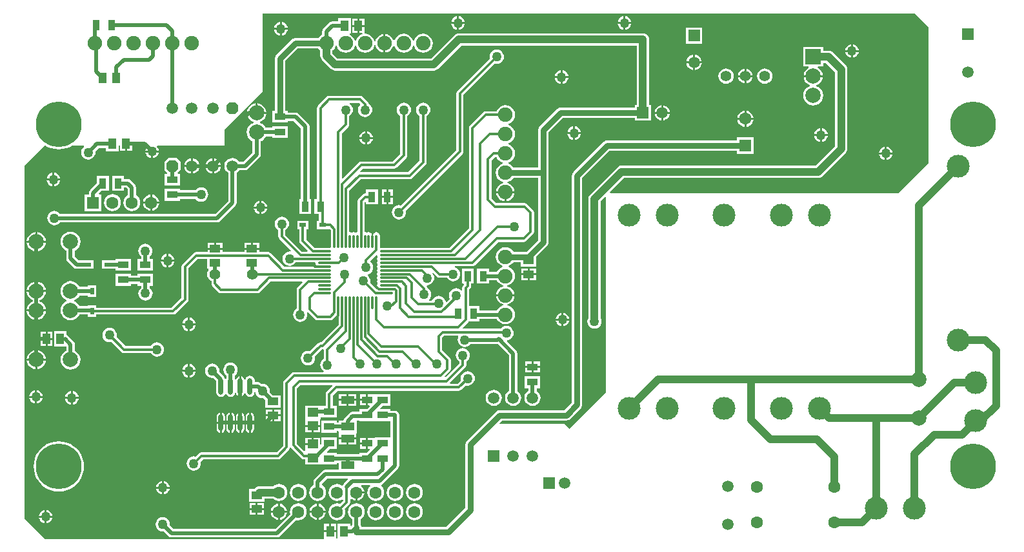
<source format=gbl>
%FSLAX24Y24*%
%MOIN*%
G70*
G01*
G75*
G04 Layer_Physical_Order=2*
G04 Layer_Color=16711680*
%ADD10R,0.0453X0.0571*%
%ADD11R,0.0551X0.0413*%
%ADD12R,0.0413X0.0551*%
%ADD13R,0.0551X0.0374*%
%ADD14O,0.0236X0.0571*%
%ADD15R,0.0374X0.0551*%
%ADD16R,0.0551X0.0354*%
%ADD17R,0.0394X0.0236*%
G04:AMPARAMS|DCode=18|XSize=55mil|YSize=60mil|CornerRadius=13.8mil|HoleSize=0mil|Usage=FLASHONLY|Rotation=90.000|XOffset=0mil|YOffset=0mil|HoleType=Round|Shape=RoundedRectangle|*
%AMROUNDEDRECTD18*
21,1,0.0550,0.0325,0,0,90.0*
21,1,0.0275,0.0600,0,0,90.0*
1,1,0.0275,0.0163,0.0138*
1,1,0.0275,0.0163,-0.0138*
1,1,0.0275,-0.0163,-0.0138*
1,1,0.0275,-0.0163,0.0138*
%
%ADD18ROUNDEDRECTD18*%
G04:AMPARAMS|DCode=19|XSize=39.4mil|YSize=98.4mil|CornerRadius=9.8mil|HoleSize=0mil|Usage=FLASHONLY|Rotation=270.000|XOffset=0mil|YOffset=0mil|HoleType=Round|Shape=RoundedRectangle|*
%AMROUNDEDRECTD19*
21,1,0.0394,0.0787,0,0,270.0*
21,1,0.0197,0.0984,0,0,270.0*
1,1,0.0197,-0.0394,-0.0098*
1,1,0.0197,-0.0394,0.0098*
1,1,0.0197,0.0394,0.0098*
1,1,0.0197,0.0394,-0.0098*
%
%ADD19ROUNDEDRECTD19*%
G04:AMPARAMS|DCode=20|XSize=39.4mil|YSize=98.4mil|CornerRadius=9.8mil|HoleSize=0mil|Usage=FLASHONLY|Rotation=180.000|XOffset=0mil|YOffset=0mil|HoleType=Round|Shape=RoundedRectangle|*
%AMROUNDEDRECTD20*
21,1,0.0394,0.0787,0,0,180.0*
21,1,0.0197,0.0984,0,0,180.0*
1,1,0.0197,-0.0098,0.0394*
1,1,0.0197,0.0098,0.0394*
1,1,0.0197,0.0098,-0.0394*
1,1,0.0197,-0.0098,-0.0394*
%
%ADD20ROUNDEDRECTD20*%
%ADD21R,0.0551X0.0413*%
%ADD22O,0.0236X0.0866*%
%ADD23R,0.0236X0.0394*%
%ADD24C,0.0197*%
%ADD25C,0.0118*%
%ADD26C,0.0315*%
%ADD27C,0.0394*%
%ADD28C,0.0100*%
%ADD29C,0.0295*%
%ADD30C,0.0630*%
%ADD31C,0.0748*%
%ADD32C,0.0551*%
%ADD33C,0.0591*%
G04:AMPARAMS|DCode=34|XSize=59.1mil|YSize=59.1mil|CornerRadius=0mil|HoleSize=0mil|Usage=FLASHONLY|Rotation=90.000|XOffset=0mil|YOffset=0mil|HoleType=Round|Shape=Octagon|*
%AMOCTAGOND34*
4,1,8,0.0148,0.0295,-0.0148,0.0295,-0.0295,0.0148,-0.0295,-0.0148,-0.0148,-0.0295,0.0148,-0.0295,0.0295,-0.0148,0.0295,0.0148,0.0148,0.0295,0.0*
%
%ADD34OCTAGOND34*%

%ADD35C,0.1181*%
%ADD36R,0.0787X0.0787*%
%ADD37C,0.0787*%
%ADD38C,0.2362*%
%ADD39R,0.0591X0.0591*%
%ADD40R,0.0591X0.0591*%
%ADD41R,0.0630X0.0630*%
%ADD42R,0.0591X0.0591*%
%ADD43C,0.0591*%
%ADD44R,0.0630X0.0630*%
%ADD45C,0.0500*%
%ADD46O,0.0709X0.0118*%
%ADD47O,0.0118X0.0709*%
%ADD48R,0.0354X0.0197*%
%ADD49R,0.0197X0.0354*%
%ADD50R,0.0689X0.0394*%
%ADD51R,0.0571X0.0453*%
G36*
X61850Y38500D02*
Y31550D01*
Y31450D01*
X60550Y30150D01*
X60300Y29900D01*
X45415D01*
X45395Y29946D01*
X46132Y30682D01*
X56150D01*
X56232Y30693D01*
X56309Y30725D01*
X56375Y30775D01*
X57575Y31975D01*
X57625Y32041D01*
X57657Y32118D01*
X57668Y32200D01*
Y36300D01*
X57657Y36382D01*
X57625Y36459D01*
X57575Y36525D01*
X56925Y37175D01*
X56859Y37225D01*
X56782Y37257D01*
X56700Y37268D01*
X56412D01*
Y37462D01*
X55388D01*
Y36438D01*
X55658D01*
X55668Y36388D01*
X55651Y36381D01*
X55548Y36302D01*
X55469Y36199D01*
X55419Y36079D01*
X55409Y36000D01*
X56391D01*
X56381Y36079D01*
X56331Y36199D01*
X56252Y36302D01*
X56149Y36381D01*
X56132Y36388D01*
X56142Y36438D01*
X56412D01*
Y36632D01*
X56568D01*
X57032Y36168D01*
Y32332D01*
X56018Y31318D01*
X46000D01*
X45918Y31307D01*
X45841Y31275D01*
X45775Y31225D01*
X44375Y29825D01*
X44325Y29759D01*
X44293Y29682D01*
X44282Y29600D01*
Y23441D01*
X44278Y23436D01*
X44241Y23346D01*
X44229Y23250D01*
X44241Y23154D01*
X44278Y23064D01*
X44337Y22987D01*
X44414Y22928D01*
X44504Y22891D01*
X44600Y22879D01*
X44696Y22891D01*
X44786Y22928D01*
X44863Y22987D01*
X44922Y23064D01*
X44959Y23154D01*
X44971Y23250D01*
X44959Y23346D01*
X44922Y23436D01*
X44918Y23441D01*
Y29468D01*
X45154Y29705D01*
X45200Y29685D01*
Y19600D01*
X43300Y17700D01*
X43050Y17950D01*
X39694D01*
X39675Y17996D01*
X39811Y18132D01*
X43150D01*
X43150Y18132D01*
X43185Y18137D01*
X43219Y18141D01*
X43265Y18160D01*
X43284Y18168D01*
X43340Y18210D01*
X43890Y18760D01*
X43890Y18760D01*
X43914Y18792D01*
X43932Y18816D01*
X43959Y18881D01*
X43968Y18950D01*
Y30689D01*
X45372Y32093D01*
X51967D01*
Y31928D01*
X52833D01*
Y32794D01*
X51967D01*
Y32629D01*
X45261D01*
X45261Y32629D01*
X45226Y32624D01*
X45192Y32620D01*
X45165Y32609D01*
X45127Y32593D01*
X45088Y32563D01*
X45071Y32551D01*
X45071Y32551D01*
X43510Y30990D01*
X43468Y30934D01*
X43460Y30915D01*
X43441Y30869D01*
X43437Y30835D01*
X43432Y30800D01*
X43432Y30800D01*
Y19061D01*
X43039Y18668D01*
X39700D01*
X39631Y18659D01*
X39585Y18640D01*
X39566Y18632D01*
X39542Y18614D01*
X39510Y18590D01*
X39510Y18590D01*
X38010Y17090D01*
X37968Y17034D01*
X37960Y17015D01*
X37941Y16969D01*
X37937Y16935D01*
X37932Y16900D01*
X37932Y16900D01*
Y13611D01*
X36939Y12618D01*
X32566D01*
X32559Y12669D01*
X32532Y12734D01*
X32521Y12749D01*
Y13024D01*
X32609Y13091D01*
X32678Y13182D01*
X32722Y13287D01*
X32737Y13400D01*
X32722Y13513D01*
X32678Y13618D01*
X32609Y13709D01*
X32518Y13778D01*
X32413Y13822D01*
X32300Y13837D01*
X32187Y13822D01*
X32082Y13778D01*
X31991Y13709D01*
X31922Y13618D01*
X31878Y13513D01*
X31863Y13400D01*
X31878Y13287D01*
X31922Y13182D01*
X31991Y13091D01*
X32079Y13024D01*
Y12749D01*
X32068Y12734D01*
X32041Y12669D01*
X32029Y12667D01*
X31979Y12707D01*
Y12794D01*
X31330D01*
Y12026D01*
X31294Y12013D01*
X31252Y12044D01*
Y12050D01*
Y12350D01*
X30639D01*
Y12050D01*
X30639Y12024D01*
X30599Y12000D01*
X30599Y12000D01*
X16200D01*
X15150Y13050D01*
Y31300D01*
X16200Y32350D01*
X16261D01*
X16337Y32303D01*
X16526Y32225D01*
X16725Y32177D01*
X16929Y32161D01*
X17133Y32177D01*
X17332Y32225D01*
X17521Y32303D01*
X17597Y32350D01*
X18219D01*
X18236Y32300D01*
X18187Y32263D01*
X18128Y32186D01*
X18091Y32096D01*
X18079Y32000D01*
X18091Y31904D01*
X18128Y31814D01*
X18187Y31737D01*
X18264Y31678D01*
X18354Y31641D01*
X18450Y31629D01*
X18546Y31641D01*
X18636Y31678D01*
X18713Y31737D01*
X18772Y31814D01*
X18809Y31904D01*
X18821Y32000D01*
X18814Y32052D01*
X18991Y32229D01*
X19371D01*
Y32056D01*
X20020D01*
Y32350D01*
X20098D01*
Y32074D01*
X20354D01*
Y32450D01*
X20454D01*
Y32074D01*
X20711D01*
Y32350D01*
X21488D01*
X21504Y32303D01*
X21500Y32300D01*
X21444Y32227D01*
X21409Y32141D01*
X21404Y32100D01*
X22096D01*
X22091Y32141D01*
X22056Y32227D01*
X22000Y32300D01*
X21996Y32303D01*
X22012Y32350D01*
X25500D01*
Y33200D01*
X26900Y34600D01*
X27450Y35150D01*
Y39200D01*
X61150D01*
X61850Y38500D01*
D02*
G37*
%LPC*%
G36*
X15800Y19696D02*
Y19400D01*
X16096D01*
X16091Y19441D01*
X16056Y19527D01*
X16000Y19600D01*
X15927Y19656D01*
X15841Y19691D01*
X15800Y19696D01*
D02*
G37*
G36*
X26800Y20451D02*
X26708Y20432D01*
X26630Y20380D01*
X26577Y20302D01*
X26566Y20246D01*
X26515D01*
X26505Y20295D01*
X26457Y20367D01*
X26385Y20415D01*
X26350Y20422D01*
Y19895D01*
Y19367D01*
X26385Y19374D01*
X26457Y19423D01*
X26505Y19495D01*
X26515Y19544D01*
X26566D01*
X26577Y19488D01*
X26630Y19410D01*
X26708Y19357D01*
X26800Y19339D01*
X26892Y19357D01*
X26970Y19410D01*
X27023Y19488D01*
X27039Y19572D01*
X27090Y19570D01*
X27091Y19558D01*
X27128Y19469D01*
X27187Y19392D01*
X27264Y19333D01*
X27354Y19296D01*
X27450Y19283D01*
X27502Y19290D01*
X27606Y19186D01*
Y18780D01*
X28394D01*
Y19429D01*
X27987D01*
X27814Y19602D01*
X27821Y19654D01*
X27809Y19750D01*
X27772Y19840D01*
X27713Y19917D01*
X27636Y19976D01*
X27546Y20013D01*
X27450Y20026D01*
X27398Y20019D01*
X27366Y20051D01*
X27294Y20099D01*
X27209Y20116D01*
X27041D01*
Y20210D01*
X27023Y20302D01*
X26970Y20380D01*
X26892Y20432D01*
X26800Y20451D01*
D02*
G37*
G36*
X25800Y21121D02*
X25704Y21109D01*
X25614Y21072D01*
X25537Y21013D01*
X25478Y20936D01*
X25441Y20846D01*
X25429Y20750D01*
X25441Y20654D01*
X25478Y20564D01*
X25537Y20487D01*
X25579Y20455D01*
Y20305D01*
X25577Y20302D01*
X25575Y20292D01*
X25525D01*
X25523Y20302D01*
X25505Y20328D01*
X25504Y20334D01*
X25456Y20406D01*
X25214Y20648D01*
X25221Y20700D01*
X25209Y20796D01*
X25172Y20886D01*
X25113Y20963D01*
X25036Y21022D01*
X24946Y21059D01*
X24850Y21071D01*
X24754Y21059D01*
X24664Y21022D01*
X24587Y20963D01*
X24528Y20886D01*
X24491Y20796D01*
X24479Y20700D01*
X24491Y20604D01*
X24528Y20514D01*
X24587Y20437D01*
X24664Y20378D01*
X24754Y20341D01*
X24850Y20329D01*
X24902Y20336D01*
X25059Y20179D01*
Y19580D01*
X25077Y19488D01*
X25130Y19410D01*
X25208Y19357D01*
X25300Y19339D01*
X25392Y19357D01*
X25470Y19410D01*
X25523Y19488D01*
X25525Y19498D01*
X25575D01*
X25577Y19488D01*
X25630Y19410D01*
X25708Y19357D01*
X25800Y19339D01*
X25892Y19357D01*
X25970Y19410D01*
X26023Y19488D01*
X26034Y19544D01*
X26085D01*
X26095Y19495D01*
X26143Y19423D01*
X26215Y19374D01*
X26250Y19367D01*
Y19895D01*
Y20422D01*
X26215Y20415D01*
X26143Y20367D01*
X26095Y20295D01*
X26085Y20246D01*
X26034D01*
X26023Y20302D01*
X26021Y20305D01*
Y20455D01*
X26063Y20487D01*
X26122Y20564D01*
X26159Y20654D01*
X26171Y20750D01*
X26159Y20846D01*
X26122Y20936D01*
X26063Y21013D01*
X25986Y21072D01*
X25896Y21109D01*
X25800Y21121D01*
D02*
G37*
G36*
X17650Y19646D02*
Y19350D01*
X17946D01*
X17941Y19391D01*
X17906Y19477D01*
X17850Y19550D01*
X17777Y19606D01*
X17691Y19641D01*
X17650Y19646D01*
D02*
G37*
G36*
X15700Y19696D02*
X15659Y19691D01*
X15573Y19656D01*
X15500Y19600D01*
X15444Y19527D01*
X15409Y19441D01*
X15404Y19400D01*
X15700D01*
Y19696D01*
D02*
G37*
G36*
X17550Y19646D02*
X17509Y19641D01*
X17423Y19606D01*
X17350Y19550D01*
X17294Y19477D01*
X17259Y19391D01*
X17254Y19350D01*
X17550D01*
Y19646D01*
D02*
G37*
G36*
X23600Y20650D02*
X23304D01*
X23309Y20609D01*
X23344Y20523D01*
X23400Y20450D01*
X23473Y20394D01*
X23559Y20359D01*
X23600Y20354D01*
Y20650D01*
D02*
G37*
G36*
Y21046D02*
X23559Y21041D01*
X23473Y21006D01*
X23400Y20950D01*
X23344Y20877D01*
X23309Y20791D01*
X23304Y20750D01*
X23600D01*
Y21046D01*
D02*
G37*
G36*
X23700D02*
Y20750D01*
X23996D01*
X23991Y20791D01*
X23956Y20877D01*
X23900Y20950D01*
X23827Y21006D01*
X23741Y21041D01*
X23700Y21046D01*
D02*
G37*
G36*
X17329Y22744D02*
X16680D01*
Y21956D01*
X17315D01*
Y21733D01*
X17278Y21718D01*
X17171Y21636D01*
X17089Y21529D01*
X17037Y21404D01*
X17020Y21270D01*
X17037Y21137D01*
X17089Y21012D01*
X17171Y20905D01*
X17278Y20823D01*
X17402Y20772D01*
X17536Y20754D01*
X17669Y20772D01*
X17794Y20823D01*
X17901Y20905D01*
X17983Y21012D01*
X18034Y21137D01*
X18052Y21270D01*
X18034Y21404D01*
X17983Y21529D01*
X17901Y21636D01*
X17794Y21718D01*
X17757Y21733D01*
Y22064D01*
X17740Y22149D01*
X17692Y22220D01*
X17406Y22506D01*
X17334Y22554D01*
X17329Y22555D01*
Y22744D01*
D02*
G37*
G36*
X23996Y20650D02*
X23700D01*
Y20354D01*
X23741Y20359D01*
X23827Y20394D01*
X23900Y20450D01*
X23956Y20523D01*
X23991Y20609D01*
X23996Y20650D01*
D02*
G37*
G36*
X41350Y20844D02*
X41024D01*
Y20607D01*
X41350D01*
Y20844D01*
D02*
G37*
G36*
X41776D02*
X41450D01*
Y20607D01*
X41776D01*
Y20844D01*
D02*
G37*
G36*
X31800Y19139D02*
X31406D01*
Y18892D01*
X31800D01*
Y19139D01*
D02*
G37*
G36*
X32294D02*
X31900D01*
Y18892D01*
X32294D01*
Y19139D01*
D02*
G37*
G36*
X32800Y19144D02*
X32474D01*
Y18907D01*
X32800D01*
Y19144D01*
D02*
G37*
G36*
X41794Y20411D02*
X41006D01*
Y19801D01*
X41179D01*
Y19652D01*
X41105Y19595D01*
X41039Y19508D01*
X40997Y19408D01*
X40983Y19300D01*
X40997Y19192D01*
X41039Y19092D01*
X41105Y19005D01*
X41192Y18939D01*
X41292Y18897D01*
X41400Y18883D01*
X41508Y18897D01*
X41608Y18939D01*
X41695Y19005D01*
X41761Y19092D01*
X41803Y19192D01*
X41817Y19300D01*
X41803Y19408D01*
X41761Y19508D01*
X41695Y19595D01*
X41621Y19652D01*
Y19801D01*
X41794D01*
Y20411D01*
D02*
G37*
G36*
X27950Y18702D02*
X27624D01*
Y18446D01*
X27950D01*
Y18702D01*
D02*
G37*
G36*
X28376D02*
X28050D01*
Y18446D01*
X28376D01*
Y18702D01*
D02*
G37*
G36*
X39400Y19717D02*
X39292Y19703D01*
X39192Y19661D01*
X39105Y19595D01*
X39039Y19508D01*
X38997Y19408D01*
X38983Y19300D01*
X38997Y19192D01*
X39039Y19092D01*
X39105Y19005D01*
X39192Y18939D01*
X39292Y18897D01*
X39400Y18883D01*
X39508Y18897D01*
X39608Y18939D01*
X39695Y19005D01*
X39761Y19092D01*
X39803Y19192D01*
X39817Y19300D01*
X39803Y19408D01*
X39761Y19508D01*
X39695Y19595D01*
X39608Y19661D01*
X39508Y19703D01*
X39400Y19717D01*
D02*
G37*
G36*
X31800Y19486D02*
X31406D01*
Y19239D01*
X31800D01*
Y19486D01*
D02*
G37*
G36*
X32294D02*
X31900D01*
Y19239D01*
X32294D01*
Y19486D01*
D02*
G37*
G36*
X32800Y19481D02*
X32474D01*
Y19244D01*
X32800D01*
Y19481D01*
D02*
G37*
G36*
X16096Y19300D02*
X15800D01*
Y19004D01*
X15841Y19009D01*
X15927Y19044D01*
X16000Y19100D01*
X16056Y19173D01*
X16091Y19259D01*
X16096Y19300D01*
D02*
G37*
G36*
X17550Y19250D02*
X17254D01*
X17259Y19209D01*
X17294Y19123D01*
X17350Y19050D01*
X17423Y18994D01*
X17509Y18959D01*
X17550Y18954D01*
Y19250D01*
D02*
G37*
G36*
X17946D02*
X17650D01*
Y18954D01*
X17691Y18959D01*
X17777Y18994D01*
X17850Y19050D01*
X17906Y19123D01*
X17941Y19209D01*
X17946Y19250D01*
D02*
G37*
G36*
X15700Y19300D02*
X15404D01*
X15409Y19259D01*
X15444Y19173D01*
X15500Y19100D01*
X15573Y19044D01*
X15659Y19009D01*
X15700Y19004D01*
Y19300D01*
D02*
G37*
G36*
X15714Y21220D02*
X15273D01*
X15283Y21142D01*
X15333Y21021D01*
X15412Y20918D01*
X15515Y20839D01*
X15635Y20789D01*
X15714Y20779D01*
Y21220D01*
D02*
G37*
G36*
X42900Y23696D02*
X42859Y23691D01*
X42773Y23656D01*
X42700Y23600D01*
X42644Y23527D01*
X42609Y23441D01*
X42604Y23400D01*
X42900D01*
Y23696D01*
D02*
G37*
G36*
X43000D02*
Y23400D01*
X43296D01*
X43291Y23441D01*
X43256Y23527D01*
X43200Y23600D01*
X43127Y23656D01*
X43041Y23691D01*
X43000Y23696D01*
D02*
G37*
G36*
X16256Y24770D02*
X15273D01*
X15283Y24692D01*
X15333Y24571D01*
X15412Y24468D01*
X15515Y24389D01*
X15605Y24352D01*
Y24298D01*
X15515Y24261D01*
X15412Y24182D01*
X15333Y24079D01*
X15283Y23958D01*
X15273Y23880D01*
X16256D01*
X16245Y23958D01*
X16195Y24079D01*
X16116Y24182D01*
X16013Y24261D01*
X15923Y24298D01*
Y24352D01*
X16013Y24389D01*
X16116Y24468D01*
X16195Y24571D01*
X16245Y24692D01*
X16256Y24770D01*
D02*
G37*
G36*
Y23780D02*
X15814D01*
Y23338D01*
X15893Y23349D01*
X16013Y23398D01*
X16116Y23477D01*
X16195Y23581D01*
X16245Y23701D01*
X16256Y23780D01*
D02*
G37*
G36*
X23600Y23446D02*
X23559Y23441D01*
X23473Y23406D01*
X23400Y23350D01*
X23344Y23277D01*
X23309Y23191D01*
X23304Y23150D01*
X23600D01*
Y23446D01*
D02*
G37*
G36*
X23700D02*
Y23150D01*
X23996D01*
X23991Y23191D01*
X23956Y23277D01*
X23900Y23350D01*
X23827Y23406D01*
X23741Y23441D01*
X23700Y23446D01*
D02*
G37*
G36*
X15714Y23780D02*
X15273D01*
X15283Y23701D01*
X15333Y23581D01*
X15412Y23477D01*
X15515Y23398D01*
X15635Y23349D01*
X15714Y23338D01*
Y23780D01*
D02*
G37*
G36*
X21794Y25711D02*
X21006D01*
Y25627D01*
X20644D01*
Y25711D01*
X19856D01*
Y25101D01*
X20644D01*
Y25186D01*
X21006D01*
Y25101D01*
X21184D01*
Y24999D01*
X21142Y24967D01*
X21083Y24890D01*
X21046Y24800D01*
X21033Y24704D01*
X21046Y24608D01*
X21083Y24519D01*
X21142Y24442D01*
X21219Y24383D01*
X21308Y24346D01*
X21404Y24333D01*
X21500Y24346D01*
X21590Y24383D01*
X21667Y24442D01*
X21726Y24519D01*
X21763Y24608D01*
X21776Y24704D01*
X21763Y24800D01*
X21726Y24890D01*
X21667Y24967D01*
X21625Y24999D01*
Y25101D01*
X21794D01*
Y25711D01*
D02*
G37*
G36*
X41150Y26002D02*
X40824D01*
Y25746D01*
X41150D01*
Y26002D01*
D02*
G37*
G36*
X41576D02*
X41250D01*
Y25746D01*
X41576D01*
Y26002D01*
D02*
G37*
G36*
Y25646D02*
X41250D01*
Y25389D01*
X41576D01*
Y25646D01*
D02*
G37*
G36*
X15714Y25312D02*
X15635Y25301D01*
X15515Y25252D01*
X15412Y25173D01*
X15333Y25069D01*
X15283Y24949D01*
X15273Y24870D01*
X15714D01*
Y25312D01*
D02*
G37*
G36*
X15814D02*
Y24870D01*
X16256D01*
X16245Y24949D01*
X16195Y25069D01*
X16116Y25173D01*
X16013Y25252D01*
X15893Y25301D01*
X15814Y25312D01*
D02*
G37*
G36*
X41150Y25646D02*
X40824D01*
Y25389D01*
X41150D01*
Y25646D01*
D02*
G37*
G36*
X15814Y21762D02*
Y21320D01*
X16256D01*
X16245Y21399D01*
X16195Y21519D01*
X16116Y21623D01*
X16013Y21702D01*
X15893Y21751D01*
X15814Y21762D01*
D02*
G37*
G36*
X19550Y22921D02*
X19454Y22909D01*
X19364Y22872D01*
X19287Y22813D01*
X19228Y22736D01*
X19191Y22646D01*
X19179Y22550D01*
X19191Y22454D01*
X19228Y22364D01*
X19287Y22287D01*
X19364Y22228D01*
X19454Y22191D01*
X19550Y22179D01*
X19646Y22191D01*
X19651Y22193D01*
X20172Y21672D01*
X20231Y21633D01*
X20300Y21619D01*
X21676D01*
X21678Y21614D01*
X21737Y21537D01*
X21814Y21478D01*
X21904Y21441D01*
X22000Y21429D01*
X22096Y21441D01*
X22186Y21478D01*
X22263Y21537D01*
X22322Y21614D01*
X22359Y21704D01*
X22371Y21800D01*
X22359Y21896D01*
X22322Y21986D01*
X22263Y22063D01*
X22186Y22122D01*
X22096Y22159D01*
X22000Y22171D01*
X21904Y22159D01*
X21814Y22122D01*
X21737Y22063D01*
X21678Y21986D01*
X21676Y21981D01*
X20375D01*
X19907Y22449D01*
X19909Y22454D01*
X19921Y22550D01*
X19909Y22646D01*
X19872Y22736D01*
X19813Y22813D01*
X19736Y22872D01*
X19646Y22909D01*
X19550Y22921D01*
D02*
G37*
G36*
X16246Y22300D02*
X15989D01*
Y21974D01*
X16246D01*
Y22300D01*
D02*
G37*
G36*
X15714Y21762D02*
X15635Y21751D01*
X15515Y21702D01*
X15412Y21623D01*
X15333Y21519D01*
X15283Y21399D01*
X15273Y21320D01*
X15714D01*
Y21762D01*
D02*
G37*
G36*
X16256Y21220D02*
X15814D01*
Y20779D01*
X15893Y20789D01*
X16013Y20839D01*
X16116Y20918D01*
X16195Y21021D01*
X16245Y21142D01*
X16256Y21220D01*
D02*
G37*
G36*
X41350Y21181D02*
X41024D01*
Y20944D01*
X41350D01*
Y21181D01*
D02*
G37*
G36*
X41776D02*
X41450D01*
Y20944D01*
X41776D01*
Y21181D01*
D02*
G37*
G36*
X23996Y23050D02*
X23700D01*
Y22754D01*
X23741Y22759D01*
X23827Y22794D01*
X23900Y22850D01*
X23956Y22923D01*
X23991Y23009D01*
X23996Y23050D01*
D02*
G37*
G36*
X42900Y23300D02*
X42604D01*
X42609Y23259D01*
X42644Y23173D01*
X42700Y23100D01*
X42773Y23044D01*
X42859Y23009D01*
X42900Y23004D01*
Y23300D01*
D02*
G37*
G36*
X43296D02*
X43000D01*
Y23004D01*
X43041Y23009D01*
X43127Y23044D01*
X43200Y23100D01*
X43256Y23173D01*
X43291Y23259D01*
X43296Y23300D01*
D02*
G37*
G36*
X23600Y23050D02*
X23304D01*
X23309Y23009D01*
X23344Y22923D01*
X23400Y22850D01*
X23473Y22794D01*
X23559Y22759D01*
X23600Y22754D01*
Y23050D01*
D02*
G37*
G36*
X16602Y22300D02*
X16346D01*
Y21974D01*
X16602D01*
Y22300D01*
D02*
G37*
G36*
X16246Y22726D02*
X15989D01*
Y22400D01*
X16246D01*
Y22726D01*
D02*
G37*
G36*
X16602D02*
X16346D01*
Y22400D01*
X16602D01*
Y22726D01*
D02*
G37*
G36*
X30250Y13812D02*
X30192Y13804D01*
X30091Y13763D01*
X30004Y13696D01*
X29938Y13609D01*
X29896Y13508D01*
X29888Y13450D01*
X30250D01*
Y13812D01*
D02*
G37*
G36*
X30350D02*
Y13450D01*
X30712D01*
X30704Y13508D01*
X30662Y13609D01*
X30596Y13696D01*
X30509Y13763D01*
X30408Y13804D01*
X30350Y13812D01*
D02*
G37*
G36*
X27100Y13852D02*
X26774D01*
Y13596D01*
X27100D01*
Y13852D01*
D02*
G37*
G36*
X28350Y13812D02*
Y13450D01*
X28712D01*
X28704Y13508D01*
X28662Y13609D01*
X28596Y13696D01*
X28509Y13763D01*
X28408Y13804D01*
X28350Y13812D01*
D02*
G37*
G36*
X27100Y13496D02*
X26774D01*
Y13239D01*
X27100D01*
Y13496D01*
D02*
G37*
G36*
X27526D02*
X27200D01*
Y13239D01*
X27526D01*
Y13496D01*
D02*
G37*
G36*
X28250Y13812D02*
X28192Y13804D01*
X28091Y13763D01*
X28004Y13696D01*
X27938Y13609D01*
X27896Y13508D01*
X27888Y13450D01*
X28250D01*
Y13812D01*
D02*
G37*
G36*
X35300Y14837D02*
X35187Y14822D01*
X35082Y14778D01*
X34991Y14709D01*
X34922Y14618D01*
X34878Y14513D01*
X34863Y14400D01*
X34878Y14287D01*
X34922Y14182D01*
X34991Y14091D01*
X35082Y14022D01*
X35187Y13978D01*
X35300Y13963D01*
X35413Y13978D01*
X35518Y14022D01*
X35609Y14091D01*
X35678Y14182D01*
X35722Y14287D01*
X35737Y14400D01*
X35722Y14513D01*
X35678Y14618D01*
X35609Y14709D01*
X35518Y14778D01*
X35413Y14822D01*
X35300Y14837D01*
D02*
G37*
G36*
X32712Y14350D02*
X32350D01*
Y13988D01*
X32408Y13996D01*
X32509Y14038D01*
X32596Y14104D01*
X32662Y14191D01*
X32704Y14292D01*
X32712Y14350D01*
D02*
G37*
G36*
X22250Y14600D02*
X21954D01*
X21959Y14559D01*
X21994Y14473D01*
X22050Y14400D01*
X22123Y14344D01*
X22209Y14309D01*
X22250Y14304D01*
Y14600D01*
D02*
G37*
G36*
X34300Y14837D02*
X34187Y14822D01*
X34082Y14778D01*
X33991Y14709D01*
X33922Y14618D01*
X33878Y14513D01*
X33863Y14400D01*
X33878Y14287D01*
X33922Y14182D01*
X33991Y14091D01*
X34082Y14022D01*
X34187Y13978D01*
X34300Y13963D01*
X34413Y13978D01*
X34518Y14022D01*
X34609Y14091D01*
X34678Y14182D01*
X34722Y14287D01*
X34737Y14400D01*
X34722Y14513D01*
X34678Y14618D01*
X34609Y14709D01*
X34518Y14778D01*
X34413Y14822D01*
X34300Y14837D01*
D02*
G37*
G36*
X27526Y13852D02*
X27200D01*
Y13596D01*
X27526D01*
Y13852D01*
D02*
G37*
G36*
X28300Y14837D02*
X28187Y14822D01*
X28082Y14778D01*
X28003Y14718D01*
X27296D01*
X27213Y14707D01*
X27137Y14675D01*
X27071Y14625D01*
X27036Y14579D01*
X26756D01*
Y13930D01*
X27544D01*
Y14082D01*
X28003D01*
X28082Y14022D01*
X28187Y13978D01*
X28300Y13963D01*
X28413Y13978D01*
X28518Y14022D01*
X28609Y14091D01*
X28678Y14182D01*
X28722Y14287D01*
X28737Y14400D01*
X28722Y14513D01*
X28678Y14618D01*
X28609Y14709D01*
X28518Y14778D01*
X28413Y14822D01*
X28300Y14837D01*
D02*
G37*
G36*
X29300D02*
X29187Y14822D01*
X29082Y14778D01*
X28991Y14709D01*
X28922Y14618D01*
X28878Y14513D01*
X28863Y14400D01*
X28878Y14287D01*
X28922Y14182D01*
X28991Y14091D01*
X29082Y14022D01*
X29187Y13978D01*
X29300Y13963D01*
X29413Y13978D01*
X29518Y14022D01*
X29609Y14091D01*
X29678Y14182D01*
X29722Y14287D01*
X29737Y14400D01*
X29722Y14513D01*
X29678Y14618D01*
X29609Y14709D01*
X29518Y14778D01*
X29413Y14822D01*
X29300Y14837D01*
D02*
G37*
G36*
X16596Y13100D02*
X16300D01*
Y12804D01*
X16341Y12809D01*
X16427Y12844D01*
X16500Y12900D01*
X16556Y12973D01*
X16591Y13059D01*
X16596Y13100D01*
D02*
G37*
G36*
X33300Y13837D02*
X33187Y13822D01*
X33082Y13778D01*
X32991Y13709D01*
X32922Y13618D01*
X32878Y13513D01*
X32863Y13400D01*
X32878Y13287D01*
X32922Y13182D01*
X32991Y13091D01*
X33082Y13022D01*
X33187Y12978D01*
X33300Y12963D01*
X33413Y12978D01*
X33518Y13022D01*
X33609Y13091D01*
X33678Y13182D01*
X33722Y13287D01*
X33737Y13400D01*
X33722Y13513D01*
X33678Y13618D01*
X33609Y13709D01*
X33518Y13778D01*
X33413Y13822D01*
X33300Y13837D01*
D02*
G37*
G36*
X34300D02*
X34187Y13822D01*
X34082Y13778D01*
X33991Y13709D01*
X33922Y13618D01*
X33878Y13513D01*
X33863Y13400D01*
X33878Y13287D01*
X33922Y13182D01*
X33991Y13091D01*
X34082Y13022D01*
X34187Y12978D01*
X34300Y12963D01*
X34413Y12978D01*
X34518Y13022D01*
X34609Y13091D01*
X34678Y13182D01*
X34722Y13287D01*
X34737Y13400D01*
X34722Y13513D01*
X34678Y13618D01*
X34609Y13709D01*
X34518Y13778D01*
X34413Y13822D01*
X34300Y13837D01*
D02*
G37*
G36*
X16200Y13100D02*
X15904D01*
X15909Y13059D01*
X15944Y12973D01*
X16000Y12900D01*
X16073Y12844D01*
X16159Y12809D01*
X16200Y12804D01*
Y13100D01*
D02*
G37*
G36*
X30896Y12776D02*
X30639D01*
Y12450D01*
X30896D01*
Y12776D01*
D02*
G37*
G36*
X31252D02*
X30996D01*
Y12450D01*
X31252D01*
Y12776D01*
D02*
G37*
G36*
X29300Y13837D02*
X29187Y13822D01*
X29082Y13778D01*
X28991Y13709D01*
X28922Y13618D01*
X28878Y13513D01*
X28863Y13400D01*
X28878Y13290D01*
X28108Y12521D01*
X22841D01*
X22664Y12698D01*
X22671Y12750D01*
X22659Y12846D01*
X22622Y12936D01*
X22563Y13013D01*
X22486Y13072D01*
X22396Y13109D01*
X22300Y13121D01*
X22204Y13109D01*
X22114Y13072D01*
X22037Y13013D01*
X21978Y12936D01*
X21941Y12846D01*
X21929Y12750D01*
X21941Y12654D01*
X21978Y12564D01*
X22037Y12487D01*
X22114Y12428D01*
X22204Y12391D01*
X22300Y12379D01*
X22352Y12386D01*
X22594Y12144D01*
X22666Y12096D01*
X22750Y12079D01*
X28200D01*
X28284Y12096D01*
X28356Y12144D01*
X29190Y12978D01*
X29300Y12963D01*
X29413Y12978D01*
X29518Y13022D01*
X29609Y13091D01*
X29678Y13182D01*
X29722Y13287D01*
X29737Y13400D01*
X29722Y13513D01*
X29678Y13618D01*
X29609Y13709D01*
X29518Y13778D01*
X29413Y13822D01*
X29300Y13837D01*
D02*
G37*
G36*
X30712Y13350D02*
X30350D01*
Y12988D01*
X30408Y12996D01*
X30509Y13038D01*
X30596Y13104D01*
X30662Y13191D01*
X30704Y13292D01*
X30712Y13350D01*
D02*
G37*
G36*
X16200Y13496D02*
X16159Y13491D01*
X16073Y13456D01*
X16000Y13400D01*
X15944Y13327D01*
X15909Y13241D01*
X15904Y13200D01*
X16200D01*
Y13496D01*
D02*
G37*
G36*
X16300D02*
Y13200D01*
X16596D01*
X16591Y13241D01*
X16556Y13327D01*
X16500Y13400D01*
X16427Y13456D01*
X16341Y13491D01*
X16300Y13496D01*
D02*
G37*
G36*
X30250Y13350D02*
X29888D01*
X29896Y13292D01*
X29938Y13191D01*
X30004Y13104D01*
X30091Y13038D01*
X30192Y12996D01*
X30250Y12988D01*
Y13350D01*
D02*
G37*
G36*
X35300Y13837D02*
X35187Y13822D01*
X35082Y13778D01*
X34991Y13709D01*
X34922Y13618D01*
X34878Y13513D01*
X34863Y13400D01*
X34878Y13287D01*
X34922Y13182D01*
X34991Y13091D01*
X35082Y13022D01*
X35187Y12978D01*
X35300Y12963D01*
X35413Y12978D01*
X35518Y13022D01*
X35609Y13091D01*
X35678Y13182D01*
X35722Y13287D01*
X35737Y13400D01*
X35722Y13513D01*
X35678Y13618D01*
X35609Y13709D01*
X35518Y13778D01*
X35413Y13822D01*
X35300Y13837D01*
D02*
G37*
G36*
X28250Y13350D02*
X27888D01*
X27896Y13292D01*
X27938Y13191D01*
X28004Y13104D01*
X28091Y13038D01*
X28192Y12996D01*
X28250Y12988D01*
Y13350D01*
D02*
G37*
G36*
X28712D02*
X28350D01*
Y12988D01*
X28408Y12996D01*
X28509Y13038D01*
X28596Y13104D01*
X28662Y13191D01*
X28704Y13292D01*
X28712Y13350D01*
D02*
G37*
G36*
X22646Y14600D02*
X22350D01*
Y14304D01*
X22391Y14309D01*
X22477Y14344D01*
X22550Y14400D01*
X22606Y14473D01*
X22641Y14559D01*
X22646Y14600D01*
D02*
G37*
G36*
X25250Y18533D02*
X25215Y18526D01*
X25143Y18477D01*
X25095Y18405D01*
X25078Y18320D01*
Y18055D01*
X25250D01*
Y18533D01*
D02*
G37*
G36*
X25350D02*
Y18055D01*
X25522D01*
Y18320D01*
X25505Y18405D01*
X25457Y18477D01*
X25385Y18526D01*
X25350Y18533D01*
D02*
G37*
G36*
X25750D02*
X25715Y18526D01*
X25643Y18477D01*
X25595Y18405D01*
X25578Y18320D01*
Y18055D01*
X25750D01*
Y18533D01*
D02*
G37*
G36*
X30435Y17796D02*
X30100D01*
Y17519D01*
X30435D01*
Y17796D01*
D02*
G37*
G36*
X26750Y17955D02*
X26578D01*
Y17690D01*
X26595Y17605D01*
X26643Y17533D01*
X26715Y17485D01*
X26750Y17478D01*
Y17955D01*
D02*
G37*
G36*
X27022D02*
X26850D01*
Y17478D01*
X26885Y17485D01*
X26957Y17533D01*
X27005Y17605D01*
X27022Y17690D01*
Y17955D01*
D02*
G37*
G36*
X30000Y17796D02*
X29665D01*
Y17519D01*
X30000D01*
Y17796D01*
D02*
G37*
G36*
X26850Y18533D02*
Y18055D01*
X27022D01*
Y18320D01*
X27005Y18405D01*
X26957Y18477D01*
X26885Y18526D01*
X26850Y18533D01*
D02*
G37*
G36*
X27950Y18346D02*
X27624D01*
Y18089D01*
X27950D01*
Y18346D01*
D02*
G37*
G36*
X28376D02*
X28050D01*
Y18089D01*
X28376D01*
Y18346D01*
D02*
G37*
G36*
X26750Y18533D02*
X26715Y18526D01*
X26643Y18477D01*
X26595Y18405D01*
X26578Y18320D01*
Y18055D01*
X26750D01*
Y18533D01*
D02*
G37*
G36*
X25850D02*
Y18055D01*
X26022D01*
Y18320D01*
X26005Y18405D01*
X25957Y18477D01*
X25885Y18526D01*
X25850Y18533D01*
D02*
G37*
G36*
X26250D02*
X26215Y18526D01*
X26143Y18477D01*
X26095Y18405D01*
X26078Y18320D01*
Y18055D01*
X26250D01*
Y18533D01*
D02*
G37*
G36*
X26350D02*
Y18055D01*
X26522D01*
Y18320D01*
X26505Y18405D01*
X26457Y18477D01*
X26385Y18526D01*
X26350Y18533D01*
D02*
G37*
G36*
X31800Y17139D02*
X31406D01*
Y16892D01*
X31800D01*
Y17139D01*
D02*
G37*
G36*
X32294D02*
X31900D01*
Y16892D01*
X32294D01*
Y17139D01*
D02*
G37*
G36*
X30000Y17231D02*
X29665D01*
Y16954D01*
X30000D01*
Y17231D01*
D02*
G37*
G36*
X32800Y16894D02*
X32474D01*
Y16657D01*
X32800D01*
Y16894D01*
D02*
G37*
G36*
X16929Y17051D02*
X16725Y17035D01*
X16526Y16987D01*
X16337Y16909D01*
X16163Y16802D01*
X16008Y16670D01*
X15875Y16514D01*
X15768Y16340D01*
X15690Y16151D01*
X15642Y15952D01*
X15626Y15748D01*
X15642Y15544D01*
X15690Y15345D01*
X15768Y15156D01*
X15875Y14982D01*
X16008Y14827D01*
X16163Y14694D01*
X16337Y14587D01*
X16526Y14509D01*
X16725Y14461D01*
X16929Y14445D01*
X17133Y14461D01*
X17332Y14509D01*
X17521Y14587D01*
X17695Y14694D01*
X17851Y14827D01*
X17983Y14982D01*
X18090Y15156D01*
X18169Y15345D01*
X18216Y15544D01*
X18232Y15748D01*
X18216Y15952D01*
X18169Y16151D01*
X18090Y16340D01*
X17983Y16514D01*
X17851Y16670D01*
X17695Y16802D01*
X17521Y16909D01*
X17332Y16987D01*
X17133Y17035D01*
X16929Y17051D01*
D02*
G37*
G36*
X22250Y14996D02*
X22209Y14991D01*
X22123Y14956D01*
X22050Y14900D01*
X21994Y14827D01*
X21959Y14741D01*
X21954Y14700D01*
X22250D01*
Y14996D01*
D02*
G37*
G36*
X22350D02*
Y14700D01*
X22646D01*
X22641Y14741D01*
X22606Y14827D01*
X22550Y14900D01*
X22477Y14956D01*
X22391Y14991D01*
X22350Y14996D01*
D02*
G37*
G36*
X26022Y17955D02*
X25850D01*
Y17478D01*
X25885Y17485D01*
X25957Y17533D01*
X26005Y17605D01*
X26022Y17690D01*
Y17955D01*
D02*
G37*
G36*
X26250D02*
X26078D01*
Y17690D01*
X26095Y17605D01*
X26143Y17533D01*
X26215Y17485D01*
X26250Y17478D01*
Y17955D01*
D02*
G37*
G36*
X26522D02*
X26350D01*
Y17478D01*
X26385Y17485D01*
X26457Y17533D01*
X26505Y17605D01*
X26522Y17690D01*
Y17955D01*
D02*
G37*
G36*
X25750D02*
X25578D01*
Y17690D01*
X25595Y17605D01*
X25643Y17533D01*
X25715Y17485D01*
X25750Y17478D01*
Y17955D01*
D02*
G37*
G36*
X32800Y17231D02*
X32474D01*
Y16994D01*
X32800D01*
Y17231D01*
D02*
G37*
G36*
X25250Y17955D02*
X25078D01*
Y17690D01*
X25095Y17605D01*
X25143Y17533D01*
X25215Y17485D01*
X25250Y17478D01*
Y17955D01*
D02*
G37*
G36*
X25522D02*
X25350D01*
Y17478D01*
X25385Y17485D01*
X25457Y17533D01*
X25505Y17605D01*
X25522Y17690D01*
Y17955D01*
D02*
G37*
G36*
X48150Y34442D02*
Y34100D01*
X48492D01*
X48485Y34153D01*
X48445Y34249D01*
X48382Y34332D01*
X48299Y34395D01*
X48203Y34435D01*
X48150Y34442D01*
D02*
G37*
G36*
X56391Y35900D02*
X55409D01*
X55419Y35821D01*
X55469Y35701D01*
X55548Y35598D01*
X55651Y35519D01*
X55728Y35487D01*
Y35433D01*
X55642Y35397D01*
X55535Y35315D01*
X55453Y35208D01*
X55401Y35084D01*
X55384Y34950D01*
X55401Y34816D01*
X55453Y34692D01*
X55535Y34585D01*
X55642Y34503D01*
X55766Y34451D01*
X55900Y34434D01*
X56034Y34451D01*
X56158Y34503D01*
X56265Y34585D01*
X56347Y34692D01*
X56399Y34816D01*
X56416Y34950D01*
X56399Y35084D01*
X56347Y35208D01*
X56265Y35315D01*
X56158Y35397D01*
X56072Y35433D01*
Y35487D01*
X56149Y35519D01*
X56252Y35598D01*
X56331Y35701D01*
X56381Y35821D01*
X56391Y35900D01*
D02*
G37*
G36*
X51400Y36347D02*
X51297Y36334D01*
X51201Y36294D01*
X51119Y36231D01*
X51056Y36149D01*
X51016Y36053D01*
X51003Y35950D01*
X51016Y35847D01*
X51056Y35751D01*
X51119Y35669D01*
X51201Y35606D01*
X51297Y35566D01*
X51400Y35553D01*
X51503Y35566D01*
X51599Y35606D01*
X51681Y35669D01*
X51744Y35751D01*
X51784Y35847D01*
X51797Y35950D01*
X51784Y36053D01*
X51744Y36149D01*
X51681Y36231D01*
X51599Y36294D01*
X51503Y36334D01*
X51400Y36347D01*
D02*
G37*
G36*
X48050Y34442D02*
X47997Y34435D01*
X47901Y34395D01*
X47818Y34332D01*
X47755Y34249D01*
X47715Y34153D01*
X47708Y34100D01*
X48050D01*
Y34442D01*
D02*
G37*
G36*
X52450Y34151D02*
Y33789D01*
X52812D01*
X52804Y33847D01*
X52762Y33948D01*
X52696Y34035D01*
X52609Y34101D01*
X52508Y34143D01*
X52450Y34151D01*
D02*
G37*
G36*
X27100Y34541D02*
X27021Y34531D01*
X26901Y34481D01*
X26798Y34402D01*
X26719Y34299D01*
X26669Y34179D01*
X26659Y34100D01*
X27100D01*
Y34541D01*
D02*
G37*
G36*
X27200D02*
Y34100D01*
X27641D01*
X27631Y34179D01*
X27581Y34299D01*
X27502Y34402D01*
X27399Y34481D01*
X27279Y34531D01*
X27200Y34541D01*
D02*
G37*
G36*
X52772Y35900D02*
X52450D01*
Y35578D01*
X52498Y35584D01*
X52589Y35622D01*
X52668Y35682D01*
X52728Y35761D01*
X52766Y35852D01*
X52772Y35900D01*
D02*
G37*
G36*
X42850Y36246D02*
X42809Y36241D01*
X42723Y36206D01*
X42650Y36150D01*
X42594Y36077D01*
X42559Y35991D01*
X42554Y35950D01*
X42850D01*
Y36246D01*
D02*
G37*
G36*
X42950D02*
Y35950D01*
X43246D01*
X43241Y35991D01*
X43206Y36077D01*
X43150Y36150D01*
X43077Y36206D01*
X42991Y36241D01*
X42950Y36246D01*
D02*
G37*
G36*
X52350Y35900D02*
X52028D01*
X52034Y35852D01*
X52072Y35761D01*
X52132Y35682D01*
X52211Y35622D01*
X52302Y35584D01*
X52350Y35578D01*
Y35900D01*
D02*
G37*
G36*
X53400Y36347D02*
X53297Y36334D01*
X53201Y36294D01*
X53119Y36231D01*
X53056Y36149D01*
X53016Y36053D01*
X53003Y35950D01*
X53016Y35847D01*
X53056Y35751D01*
X53119Y35669D01*
X53201Y35606D01*
X53297Y35566D01*
X53400Y35553D01*
X53503Y35566D01*
X53599Y35606D01*
X53681Y35669D01*
X53744Y35751D01*
X53784Y35847D01*
X53797Y35950D01*
X53784Y36053D01*
X53744Y36149D01*
X53681Y36231D01*
X53599Y36294D01*
X53503Y36334D01*
X53400Y36347D01*
D02*
G37*
G36*
X42850Y35850D02*
X42554D01*
X42559Y35809D01*
X42594Y35723D01*
X42650Y35650D01*
X42723Y35594D01*
X42809Y35559D01*
X42850Y35554D01*
Y35850D01*
D02*
G37*
G36*
X43246D02*
X42950D01*
Y35554D01*
X42991Y35559D01*
X43077Y35594D01*
X43150Y35650D01*
X43206Y35723D01*
X43241Y35809D01*
X43246Y35850D01*
D02*
G37*
G36*
X32850Y33096D02*
Y32800D01*
X33146D01*
X33141Y32841D01*
X33106Y32927D01*
X33050Y33000D01*
X32977Y33056D01*
X32891Y33091D01*
X32850Y33096D01*
D02*
G37*
G36*
X56250Y33246D02*
X56209Y33241D01*
X56123Y33206D01*
X56050Y33150D01*
X55994Y33077D01*
X55959Y32991D01*
X55954Y32950D01*
X56250D01*
Y33246D01*
D02*
G37*
G36*
X56350D02*
Y32950D01*
X56646D01*
X56641Y32991D01*
X56606Y33077D01*
X56550Y33150D01*
X56477Y33206D01*
X56391Y33241D01*
X56350Y33246D01*
D02*
G37*
G36*
X32750Y33096D02*
X32709Y33091D01*
X32623Y33056D01*
X32550Y33000D01*
X32494Y32927D01*
X32459Y32841D01*
X32454Y32800D01*
X32750D01*
Y33096D01*
D02*
G37*
G36*
X43500Y32950D02*
X43204D01*
X43209Y32909D01*
X43244Y32823D01*
X43300Y32750D01*
X43373Y32694D01*
X43459Y32659D01*
X43500Y32654D01*
Y32950D01*
D02*
G37*
G36*
X43896D02*
X43600D01*
Y32654D01*
X43641Y32659D01*
X43727Y32694D01*
X43800Y32750D01*
X43856Y32823D01*
X43891Y32909D01*
X43896Y32950D01*
D02*
G37*
G36*
X27641Y34000D02*
X26659D01*
X26669Y33921D01*
X26719Y33801D01*
X26798Y33698D01*
X26901Y33619D01*
X26978Y33587D01*
Y33533D01*
X26892Y33497D01*
X26785Y33415D01*
X26703Y33308D01*
X26651Y33184D01*
X26634Y33050D01*
X26651Y32916D01*
X26703Y32792D01*
X26785Y32685D01*
X26892Y32603D01*
X26929Y32587D01*
Y31991D01*
X26459Y31521D01*
X26252D01*
X26195Y31595D01*
X26108Y31661D01*
X26008Y31703D01*
X25900Y31717D01*
X25792Y31703D01*
X25692Y31661D01*
X25605Y31595D01*
X25539Y31508D01*
X25497Y31408D01*
X25483Y31300D01*
X25497Y31192D01*
X25539Y31092D01*
X25605Y31005D01*
X25679Y30948D01*
Y29491D01*
X25009Y28821D01*
X16995D01*
X16963Y28863D01*
X16886Y28922D01*
X16796Y28959D01*
X16700Y28971D01*
X16604Y28959D01*
X16514Y28922D01*
X16437Y28863D01*
X16378Y28786D01*
X16341Y28696D01*
X16329Y28600D01*
X16341Y28504D01*
X16378Y28414D01*
X16437Y28337D01*
X16514Y28278D01*
X16604Y28241D01*
X16700Y28229D01*
X16796Y28241D01*
X16886Y28278D01*
X16963Y28337D01*
X16995Y28379D01*
X25100D01*
X25184Y28396D01*
X25256Y28444D01*
X26056Y29244D01*
X26104Y29316D01*
X26121Y29400D01*
Y30948D01*
X26195Y31005D01*
X26252Y31079D01*
X26550D01*
X26634Y31096D01*
X26706Y31144D01*
X27306Y31744D01*
X27354Y31816D01*
X27371Y31900D01*
Y32587D01*
X27408Y32603D01*
X27515Y32685D01*
X27597Y32792D01*
X27613Y32829D01*
X27956D01*
Y32751D01*
X28744D01*
Y33361D01*
X27956D01*
Y33271D01*
X27613D01*
X27597Y33308D01*
X27515Y33415D01*
X27408Y33497D01*
X27322Y33533D01*
Y33587D01*
X27399Y33619D01*
X27502Y33698D01*
X27581Y33801D01*
X27631Y33921D01*
X27641Y34000D01*
D02*
G37*
G36*
X48050D02*
X47708D01*
X47715Y33947D01*
X47755Y33851D01*
X47818Y33768D01*
X47901Y33705D01*
X47997Y33665D01*
X48050Y33658D01*
Y34000D01*
D02*
G37*
G36*
X48492D02*
X48150D01*
Y33658D01*
X48203Y33665D01*
X48299Y33705D01*
X48382Y33768D01*
X48445Y33851D01*
X48485Y33947D01*
X48492Y34000D01*
D02*
G37*
G36*
X52350Y34151D02*
X52292Y34143D01*
X52191Y34101D01*
X52104Y34035D01*
X52038Y33948D01*
X51996Y33847D01*
X51988Y33789D01*
X52350D01*
Y34151D01*
D02*
G37*
G36*
X52812Y33689D02*
X52450D01*
Y33327D01*
X52508Y33335D01*
X52609Y33377D01*
X52696Y33443D01*
X52762Y33530D01*
X52804Y33631D01*
X52812Y33689D01*
D02*
G37*
G36*
X43500Y33346D02*
X43459Y33341D01*
X43373Y33306D01*
X43300Y33250D01*
X43244Y33177D01*
X43209Y33091D01*
X43204Y33050D01*
X43500D01*
Y33346D01*
D02*
G37*
G36*
X43600D02*
Y33050D01*
X43896D01*
X43891Y33091D01*
X43856Y33177D01*
X43800Y33250D01*
X43727Y33306D01*
X43641Y33341D01*
X43600Y33346D01*
D02*
G37*
G36*
X52350Y33689D02*
X51988D01*
X51996Y33631D01*
X52038Y33530D01*
X52104Y33443D01*
X52191Y33377D01*
X52292Y33335D01*
X52350Y33327D01*
Y33689D01*
D02*
G37*
G36*
Y36322D02*
X52302Y36316D01*
X52211Y36278D01*
X52132Y36218D01*
X52072Y36139D01*
X52034Y36048D01*
X52028Y36000D01*
X52350D01*
Y36322D01*
D02*
G37*
G36*
X46100Y38650D02*
X45804D01*
X45809Y38609D01*
X45844Y38523D01*
X45900Y38450D01*
X45973Y38394D01*
X46059Y38359D01*
X46100Y38354D01*
Y38650D01*
D02*
G37*
G36*
X46496D02*
X46200D01*
Y38354D01*
X46241Y38359D01*
X46327Y38394D01*
X46400Y38450D01*
X46456Y38523D01*
X46491Y38609D01*
X46496Y38650D01*
D02*
G37*
G36*
X28350Y38746D02*
X28309Y38741D01*
X28223Y38706D01*
X28150Y38650D01*
X28094Y38577D01*
X28059Y38491D01*
X28054Y38450D01*
X28350D01*
Y38746D01*
D02*
G37*
G36*
X37896Y38650D02*
X37600D01*
Y38354D01*
X37641Y38359D01*
X37727Y38394D01*
X37800Y38450D01*
X37856Y38523D01*
X37891Y38609D01*
X37896Y38650D01*
D02*
G37*
G36*
X28746Y38350D02*
X28450D01*
Y38054D01*
X28491Y38059D01*
X28577Y38094D01*
X28650Y38150D01*
X28706Y38223D01*
X28741Y38309D01*
X28746Y38350D01*
D02*
G37*
G36*
X32354Y38500D02*
X32098D01*
Y38174D01*
X32354D01*
Y38500D01*
D02*
G37*
G36*
X37500Y38650D02*
X37204D01*
X37209Y38609D01*
X37244Y38523D01*
X37300Y38450D01*
X37373Y38394D01*
X37459Y38359D01*
X37500Y38354D01*
Y38650D01*
D02*
G37*
G36*
X37600Y39046D02*
Y38750D01*
X37896D01*
X37891Y38791D01*
X37856Y38877D01*
X37800Y38950D01*
X37727Y39006D01*
X37641Y39041D01*
X37600Y39046D01*
D02*
G37*
G36*
X46100D02*
X46059Y39041D01*
X45973Y39006D01*
X45900Y38950D01*
X45844Y38877D01*
X45809Y38791D01*
X45804Y38750D01*
X46100D01*
Y39046D01*
D02*
G37*
G36*
X46200D02*
Y38750D01*
X46496D01*
X46491Y38791D01*
X46456Y38877D01*
X46400Y38950D01*
X46327Y39006D01*
X46241Y39041D01*
X46200Y39046D01*
D02*
G37*
G36*
X37500D02*
X37459Y39041D01*
X37373Y39006D01*
X37300Y38950D01*
X37244Y38877D01*
X37209Y38791D01*
X37204Y38750D01*
X37500D01*
Y39046D01*
D02*
G37*
G36*
X28450Y38746D02*
Y38450D01*
X28746D01*
X28741Y38491D01*
X28706Y38577D01*
X28650Y38650D01*
X28577Y38706D01*
X28491Y38741D01*
X28450Y38746D01*
D02*
G37*
G36*
X32354Y38926D02*
X32098D01*
Y38600D01*
X32354D01*
Y38926D01*
D02*
G37*
G36*
X32711D02*
X32454D01*
Y38600D01*
X32711D01*
Y38926D01*
D02*
G37*
G36*
X49700Y37053D02*
X49647Y37046D01*
X49551Y37006D01*
X49468Y36943D01*
X49405Y36860D01*
X49365Y36764D01*
X49358Y36711D01*
X49700D01*
Y37053D01*
D02*
G37*
G36*
X49800D02*
Y36711D01*
X50142D01*
X50135Y36764D01*
X50095Y36860D01*
X50032Y36943D01*
X49949Y37006D01*
X49853Y37046D01*
X49800Y37053D01*
D02*
G37*
G36*
X57850Y37200D02*
X57554D01*
X57559Y37159D01*
X57594Y37073D01*
X57650Y37000D01*
X57723Y36944D01*
X57809Y36909D01*
X57850Y36904D01*
Y37200D01*
D02*
G37*
G36*
X39550Y37321D02*
X39454Y37309D01*
X39364Y37272D01*
X39287Y37213D01*
X39228Y37136D01*
X39191Y37046D01*
X39179Y36950D01*
X39191Y36854D01*
X39193Y36849D01*
X37522Y35178D01*
X37483Y35119D01*
X37469Y35050D01*
Y32125D01*
X34601Y29257D01*
X34596Y29259D01*
X34500Y29271D01*
X34404Y29259D01*
X34314Y29222D01*
X34237Y29163D01*
X34178Y29086D01*
X34141Y28996D01*
X34129Y28900D01*
X34141Y28804D01*
X34178Y28714D01*
X34237Y28637D01*
X34314Y28578D01*
X34404Y28541D01*
X34500Y28529D01*
X34596Y28541D01*
X34686Y28578D01*
X34763Y28637D01*
X34822Y28714D01*
X34859Y28804D01*
X34871Y28900D01*
X34859Y28996D01*
X34857Y29001D01*
X37778Y31922D01*
X37817Y31981D01*
X37831Y32050D01*
Y34975D01*
X39449Y36593D01*
X39454Y36591D01*
X39550Y36579D01*
X39646Y36591D01*
X39736Y36628D01*
X39813Y36687D01*
X39872Y36764D01*
X39909Y36854D01*
X39921Y36950D01*
X39909Y37046D01*
X39872Y37136D01*
X39813Y37213D01*
X39736Y37272D01*
X39646Y37309D01*
X39550Y37321D01*
D02*
G37*
G36*
X52450Y36322D02*
Y36000D01*
X52772D01*
X52766Y36048D01*
X52728Y36139D01*
X52668Y36218D01*
X52589Y36278D01*
X52498Y36316D01*
X52450Y36322D01*
D02*
G37*
G36*
X49700Y36611D02*
X49358D01*
X49365Y36558D01*
X49405Y36462D01*
X49468Y36379D01*
X49551Y36316D01*
X49647Y36276D01*
X49700Y36269D01*
Y36611D01*
D02*
G37*
G36*
X50142D02*
X49800D01*
Y36269D01*
X49853Y36276D01*
X49949Y36316D01*
X50032Y36379D01*
X50095Y36462D01*
X50135Y36558D01*
X50142Y36611D01*
D02*
G37*
G36*
X35750Y38146D02*
X35622Y38129D01*
X35502Y38080D01*
X35399Y38001D01*
X35320Y37898D01*
X35276Y37791D01*
X35276Y37791D01*
X35224D01*
X35224Y37791D01*
X35180Y37898D01*
X35101Y38001D01*
X34998Y38080D01*
X34878Y38129D01*
X34750Y38146D01*
X34622Y38129D01*
X34502Y38080D01*
X34399Y38001D01*
X34320Y37898D01*
X34271Y37778D01*
X34266Y37745D01*
X34216Y37745D01*
X34212Y37774D01*
X34164Y37889D01*
X34088Y37988D01*
X33989Y38064D01*
X33874Y38112D01*
X33800Y38122D01*
Y37650D01*
Y37178D01*
X33874Y37188D01*
X33989Y37236D01*
X34088Y37312D01*
X34164Y37411D01*
X34212Y37526D01*
X34216Y37555D01*
X34266Y37555D01*
X34271Y37522D01*
X34320Y37402D01*
X34399Y37299D01*
X34502Y37220D01*
X34622Y37171D01*
X34750Y37154D01*
X34878Y37171D01*
X34998Y37220D01*
X35101Y37299D01*
X35180Y37402D01*
X35224Y37509D01*
X35224Y37509D01*
X35276D01*
X35276Y37509D01*
X35320Y37402D01*
X35399Y37299D01*
X35502Y37220D01*
X35622Y37171D01*
X35750Y37154D01*
X35878Y37171D01*
X35998Y37220D01*
X36101Y37299D01*
X36180Y37402D01*
X36229Y37522D01*
X36246Y37650D01*
X36229Y37778D01*
X36180Y37898D01*
X36101Y38001D01*
X35998Y38080D01*
X35878Y38129D01*
X35750Y38146D01*
D02*
G37*
G36*
X32020Y38944D02*
X31371D01*
Y38771D01*
X31050D01*
X30966Y38754D01*
X30894Y38706D01*
X30594Y38406D01*
X30546Y38334D01*
X30529Y38250D01*
Y38091D01*
X30502Y38080D01*
X30399Y38001D01*
X30335Y37918D01*
X29150D01*
X29150Y37918D01*
X29089Y37910D01*
X29081Y37909D01*
X29066Y37903D01*
X29016Y37882D01*
X28960Y37840D01*
X28160Y37040D01*
X28118Y36984D01*
X28110Y36965D01*
X28091Y36919D01*
X28087Y36885D01*
X28082Y36850D01*
X28082Y36850D01*
Y34149D01*
X27956D01*
Y33539D01*
X28744D01*
Y33623D01*
X29065D01*
X29436Y33252D01*
Y29594D01*
X29351D01*
Y28806D01*
X29961D01*
Y29594D01*
X29877D01*
Y33344D01*
X29860Y33428D01*
X29812Y33500D01*
X29312Y34000D01*
X29241Y34048D01*
X29156Y34064D01*
X28744D01*
Y34149D01*
X28618D01*
Y36739D01*
X29261Y37382D01*
X30335D01*
X30399Y37299D01*
X30432Y37273D01*
Y37000D01*
X30443Y36918D01*
X30475Y36841D01*
X30525Y36775D01*
X30975Y36325D01*
X31041Y36275D01*
X31118Y36243D01*
X31200Y36232D01*
X36300D01*
X36382Y36243D01*
X36459Y36275D01*
X36525Y36325D01*
X37732Y37532D01*
X46782D01*
Y34463D01*
X46687D01*
Y34318D01*
X42850D01*
X42781Y34309D01*
X42735Y34290D01*
X42716Y34282D01*
X42692Y34264D01*
X42660Y34240D01*
X42660Y34240D01*
X41760Y33340D01*
X41718Y33284D01*
X41710Y33265D01*
X41691Y33219D01*
X41687Y33185D01*
X41682Y33150D01*
X41682Y33150D01*
Y31218D01*
X40415D01*
X40351Y31301D01*
X40248Y31380D01*
X40141Y31424D01*
X40141Y31424D01*
Y31476D01*
X40141Y31476D01*
X40248Y31520D01*
X40351Y31599D01*
X40430Y31702D01*
X40479Y31822D01*
X40496Y31950D01*
X40479Y32078D01*
X40430Y32198D01*
X40351Y32301D01*
X40248Y32380D01*
X40141Y32424D01*
X40141Y32424D01*
Y32476D01*
X40141Y32476D01*
X40248Y32520D01*
X40351Y32599D01*
X40430Y32702D01*
X40479Y32822D01*
X40496Y32950D01*
X40479Y33078D01*
X40430Y33198D01*
X40351Y33301D01*
X40248Y33380D01*
X40142Y33424D01*
X40141Y33428D01*
X40143Y33476D01*
X40250Y33520D01*
X40353Y33599D01*
X40432Y33702D01*
X40481Y33822D01*
X40498Y33950D01*
X40481Y34078D01*
X40432Y34198D01*
X40353Y34301D01*
X40250Y34380D01*
X40130Y34429D01*
X40002Y34446D01*
X39873Y34429D01*
X39754Y34380D01*
X39651Y34301D01*
X39572Y34198D01*
X39544Y34131D01*
X39000D01*
X38931Y34117D01*
X38872Y34078D01*
X38172Y33378D01*
X38133Y33319D01*
X38119Y33250D01*
Y28075D01*
X37108Y27063D01*
X33549D01*
X33513Y27093D01*
Y27394D01*
Y27690D01*
X33500Y27759D01*
X33460Y27817D01*
X33402Y27857D01*
X33333Y27870D01*
X33264Y27857D01*
X33218Y27826D01*
X33198Y27840D01*
X33186Y27842D01*
Y27789D01*
X33166Y27759D01*
X33152Y27690D01*
Y27394D01*
X33120D01*
Y27690D01*
X33106Y27759D01*
X33086Y27789D01*
Y27842D01*
X33074Y27840D01*
X33054Y27826D01*
X33008Y27857D01*
X32939Y27870D01*
X32870Y27857D01*
X32841Y27837D01*
X32811Y27857D01*
X32742Y27870D01*
X32726Y27884D01*
Y29413D01*
X32753Y29435D01*
X32801Y29414D01*
Y29306D01*
X33411D01*
Y30094D01*
X32801D01*
Y29881D01*
X32750D01*
X32681Y29867D01*
X32622Y29828D01*
X32418Y29623D01*
X32378Y29564D01*
X32365Y29495D01*
Y27884D01*
X32348Y27870D01*
X32279Y27857D01*
X32250Y27837D01*
X32221Y27857D01*
X32152Y27870D01*
X32082Y27857D01*
X32053Y27837D01*
X32024Y27857D01*
X31955Y27870D01*
X31939Y27884D01*
Y30033D01*
X32525Y30619D01*
X35050D01*
X35119Y30633D01*
X35178Y30672D01*
X35878Y31372D01*
X35917Y31431D01*
X35931Y31500D01*
Y33876D01*
X35936Y33878D01*
X36013Y33937D01*
X36072Y34014D01*
X36109Y34104D01*
X36121Y34200D01*
X36109Y34296D01*
X36072Y34386D01*
X36013Y34463D01*
X35936Y34522D01*
X35846Y34559D01*
X35750Y34571D01*
X35654Y34559D01*
X35564Y34522D01*
X35487Y34463D01*
X35428Y34386D01*
X35391Y34296D01*
X35379Y34200D01*
X35391Y34104D01*
X35428Y34014D01*
X35487Y33937D01*
X35564Y33878D01*
X35569Y33876D01*
Y31575D01*
X34975Y30981D01*
X32507D01*
X32486Y31031D01*
X32625Y31169D01*
X34250D01*
X34319Y31183D01*
X34378Y31222D01*
X34878Y31722D01*
X34917Y31781D01*
X34931Y31850D01*
Y33876D01*
X34936Y33878D01*
X35013Y33937D01*
X35072Y34014D01*
X35109Y34104D01*
X35121Y34200D01*
X35109Y34296D01*
X35072Y34386D01*
X35013Y34463D01*
X34936Y34522D01*
X34846Y34559D01*
X34750Y34571D01*
X34654Y34559D01*
X34564Y34522D01*
X34487Y34463D01*
X34428Y34386D01*
X34391Y34296D01*
X34379Y34200D01*
X34391Y34104D01*
X34428Y34014D01*
X34487Y33937D01*
X34564Y33878D01*
X34569Y33876D01*
Y31925D01*
X34175Y31531D01*
X32550D01*
X32481Y31517D01*
X32422Y31478D01*
X31591Y30646D01*
X31545Y30666D01*
Y32989D01*
X31878Y33322D01*
X31917Y33381D01*
X31931Y33450D01*
Y33876D01*
X31936Y33878D01*
X32013Y33937D01*
X32072Y34014D01*
X32109Y34104D01*
X32121Y34200D01*
X32109Y34296D01*
X32072Y34386D01*
X32013Y34463D01*
X31938Y34519D01*
X31938Y34525D01*
X31962Y34569D01*
X32425D01*
X32490Y34504D01*
X32487Y34463D01*
X32428Y34386D01*
X32391Y34296D01*
X32379Y34200D01*
X32391Y34104D01*
X32428Y34014D01*
X32487Y33937D01*
X32564Y33878D01*
X32654Y33841D01*
X32750Y33829D01*
X32846Y33841D01*
X32936Y33878D01*
X33013Y33937D01*
X33072Y34014D01*
X33109Y34104D01*
X33121Y34200D01*
X33109Y34296D01*
X33072Y34386D01*
X33013Y34463D01*
X32936Y34522D01*
X32926Y34526D01*
X32917Y34569D01*
X32878Y34628D01*
X32628Y34878D01*
X32569Y34917D01*
X32500Y34931D01*
X30900D01*
X30831Y34917D01*
X30772Y34878D01*
X30316Y34421D01*
X30277Y34363D01*
X30263Y34294D01*
Y29594D01*
X30139D01*
Y28806D01*
X30369D01*
Y28467D01*
X30267D01*
Y28033D01*
X30857D01*
Y28033D01*
X30907Y28037D01*
X30987Y27958D01*
Y27690D01*
Y27394D01*
Y27107D01*
X30968Y27082D01*
X30943Y27063D01*
X30142D01*
X29719Y27487D01*
Y28033D01*
X29833D01*
Y28467D01*
X29243D01*
Y28033D01*
X29358D01*
Y27412D01*
X29371Y27343D01*
X29410Y27284D01*
X29782Y26913D01*
X29763Y26866D01*
X29489D01*
X28631Y27725D01*
Y27976D01*
X28636Y27978D01*
X28713Y28037D01*
X28772Y28114D01*
X28809Y28204D01*
X28821Y28300D01*
X28809Y28396D01*
X28772Y28486D01*
X28713Y28563D01*
X28636Y28622D01*
X28546Y28659D01*
X28450Y28671D01*
X28354Y28659D01*
X28264Y28622D01*
X28187Y28563D01*
X28128Y28486D01*
X28091Y28396D01*
X28079Y28300D01*
X28091Y28204D01*
X28128Y28114D01*
X28187Y28037D01*
X28264Y27978D01*
X28269Y27976D01*
Y27650D01*
X28283Y27581D01*
X28322Y27522D01*
X28934Y26911D01*
X28911Y26863D01*
X28850Y26871D01*
X28754Y26859D01*
X28664Y26822D01*
X28587Y26763D01*
X28528Y26686D01*
X28491Y26596D01*
X28479Y26500D01*
X28491Y26404D01*
X28528Y26314D01*
X28587Y26237D01*
X28664Y26178D01*
X28754Y26141D01*
X28850Y26129D01*
X28946Y26141D01*
X29036Y26178D01*
X29113Y26237D01*
X29167Y26308D01*
X30166D01*
X30180Y26292D01*
X30193Y26223D01*
X30224Y26177D01*
X30210Y26157D01*
X30198Y26095D01*
X30185Y26079D01*
X28576D01*
X27868Y26788D01*
X27809Y26827D01*
X27740Y26840D01*
X27276D01*
Y26954D01*
X26524D01*
Y26840D01*
X25376D01*
Y26954D01*
X24624D01*
Y26840D01*
X24010D01*
X23941Y26827D01*
X23882Y26788D01*
X23322Y26228D01*
X23283Y26169D01*
X23269Y26100D01*
Y24475D01*
X22763Y23969D01*
X18867D01*
Y24083D01*
X18433D01*
Y24050D01*
X17998D01*
X17983Y24088D01*
X17901Y24195D01*
X17794Y24277D01*
X17737Y24300D01*
Y24350D01*
X17794Y24373D01*
X17901Y24455D01*
X17983Y24562D01*
X17998Y24600D01*
X18433D01*
Y24517D01*
X18867D01*
Y25107D01*
X18433D01*
Y25041D01*
X17998D01*
X17983Y25079D01*
X17901Y25186D01*
X17794Y25268D01*
X17669Y25319D01*
X17536Y25337D01*
X17402Y25319D01*
X17278Y25268D01*
X17171Y25186D01*
X17089Y25079D01*
X17037Y24954D01*
X17020Y24820D01*
X17037Y24687D01*
X17089Y24562D01*
X17171Y24455D01*
X17278Y24373D01*
X17334Y24350D01*
Y24300D01*
X17278Y24277D01*
X17171Y24195D01*
X17089Y24088D01*
X17037Y23963D01*
X17020Y23830D01*
X17037Y23696D01*
X17089Y23571D01*
X17171Y23464D01*
X17278Y23382D01*
X17402Y23331D01*
X17536Y23313D01*
X17669Y23331D01*
X17794Y23382D01*
X17901Y23464D01*
X17983Y23571D01*
X17998Y23609D01*
X18433D01*
Y23493D01*
X18867D01*
Y23608D01*
X22838D01*
X22907Y23621D01*
X22966Y23660D01*
X23578Y24272D01*
X23617Y24331D01*
X23631Y24400D01*
Y26025D01*
X24085Y26479D01*
X24606D01*
Y25971D01*
X24644D01*
X24667Y25926D01*
X24645Y25899D01*
X24606Y25803D01*
X24592Y25700D01*
X24606Y25597D01*
X24645Y25501D01*
X24709Y25419D01*
X24791Y25356D01*
X24809Y25349D01*
Y25211D01*
X24822Y25142D01*
X24862Y25083D01*
X25172Y24772D01*
X25231Y24733D01*
X25300Y24719D01*
X27200D01*
X27269Y24733D01*
X27328Y24772D01*
X27880Y25324D01*
X29503D01*
X29522Y25278D01*
X29272Y25028D01*
X29233Y24969D01*
X29219Y24900D01*
Y23924D01*
X29214Y23922D01*
X29137Y23863D01*
X29078Y23786D01*
X29041Y23696D01*
X29029Y23600D01*
X29041Y23504D01*
X29078Y23414D01*
X29137Y23337D01*
X29214Y23278D01*
X29304Y23241D01*
X29400Y23229D01*
X29496Y23241D01*
X29586Y23278D01*
X29663Y23337D01*
X29722Y23414D01*
X29759Y23504D01*
X29771Y23600D01*
X29759Y23696D01*
X29745Y23729D01*
X29788Y23757D01*
X30172Y23372D01*
X30231Y23333D01*
X30300Y23319D01*
X30950D01*
X31019Y23333D01*
X31078Y23372D01*
X31295Y23590D01*
X31304Y23603D01*
X31371Y23613D01*
X31380Y23605D01*
Y23086D01*
X30475Y22181D01*
X30450D01*
X30381Y22167D01*
X30322Y22128D01*
X29901Y21707D01*
X29896Y21709D01*
X29800Y21721D01*
X29704Y21709D01*
X29614Y21672D01*
X29537Y21613D01*
X29478Y21536D01*
X29441Y21446D01*
X29429Y21350D01*
X29441Y21254D01*
X29478Y21164D01*
X29537Y21087D01*
X29614Y21028D01*
X29704Y20991D01*
X29800Y20979D01*
X29896Y20991D01*
X29986Y21028D01*
X30063Y21087D01*
X30122Y21164D01*
X30159Y21254D01*
X30171Y21350D01*
X30159Y21446D01*
X30157Y21451D01*
X30525Y21819D01*
X30550D01*
X30573Y21824D01*
X30588Y21816D01*
X30619Y21782D01*
Y21324D01*
X30614Y21322D01*
X30537Y21263D01*
X30478Y21186D01*
X30441Y21096D01*
X30429Y21000D01*
X30441Y20904D01*
X30478Y20814D01*
X30537Y20737D01*
X30612Y20681D01*
X30612Y20675D01*
X30588Y20631D01*
X29100D01*
X29031Y20617D01*
X28972Y20578D01*
X28572Y20178D01*
X28533Y20119D01*
X28519Y20050D01*
Y16825D01*
X28175Y16481D01*
X24300D01*
X24231Y16467D01*
X24172Y16428D01*
X24001Y16257D01*
X23996Y16259D01*
X23900Y16271D01*
X23804Y16259D01*
X23714Y16222D01*
X23637Y16163D01*
X23578Y16086D01*
X23541Y15996D01*
X23529Y15900D01*
X23541Y15804D01*
X23578Y15714D01*
X23637Y15637D01*
X23714Y15578D01*
X23804Y15541D01*
X23900Y15529D01*
X23996Y15541D01*
X24086Y15578D01*
X24163Y15637D01*
X24222Y15714D01*
X24259Y15804D01*
X24271Y15900D01*
X24259Y15996D01*
X24257Y16001D01*
X24375Y16119D01*
X28250D01*
X28319Y16133D01*
X28378Y16172D01*
X28828Y16622D01*
X28867Y16681D01*
X28872Y16707D01*
X28910Y16719D01*
X28925Y16719D01*
X29472Y16172D01*
X29531Y16133D01*
X29600Y16119D01*
X29646D01*
Y15851D01*
X30454D01*
Y16140D01*
X30456Y16142D01*
X30506Y16115D01*
Y15851D01*
X31294D01*
Y15936D01*
X31387D01*
Y15571D01*
X30700D01*
X30616Y15554D01*
X30544Y15506D01*
X30144Y15106D01*
X30096Y15034D01*
X30079Y14950D01*
Y14777D01*
X29991Y14709D01*
X29922Y14618D01*
X29878Y14513D01*
X29863Y14400D01*
X29878Y14287D01*
X29922Y14182D01*
X29991Y14091D01*
X30082Y14022D01*
X30187Y13978D01*
X30300Y13963D01*
X30413Y13978D01*
X30518Y14022D01*
X30609Y14091D01*
X30678Y14182D01*
X30722Y14287D01*
X30737Y14400D01*
X30722Y14513D01*
X30678Y14618D01*
X30609Y14709D01*
X30521Y14777D01*
Y14859D01*
X30791Y15129D01*
X31852D01*
X31871Y15083D01*
X31644Y14856D01*
X31596Y14784D01*
X31594Y14774D01*
X31547Y14756D01*
X31518Y14778D01*
X31413Y14822D01*
X31300Y14837D01*
X31187Y14822D01*
X31082Y14778D01*
X30991Y14709D01*
X30922Y14618D01*
X30878Y14513D01*
X30863Y14400D01*
X30878Y14287D01*
X30922Y14182D01*
X30991Y14091D01*
X31082Y14022D01*
X31187Y13978D01*
X31300Y13963D01*
X31413Y13978D01*
X31518Y14022D01*
X31569Y14061D01*
X31619Y14036D01*
Y13975D01*
X31451Y13806D01*
X31413Y13822D01*
X31300Y13837D01*
X31187Y13822D01*
X31082Y13778D01*
X30991Y13709D01*
X30922Y13618D01*
X30878Y13513D01*
X30863Y13400D01*
X30878Y13287D01*
X30922Y13182D01*
X30991Y13091D01*
X31082Y13022D01*
X31187Y12978D01*
X31300Y12963D01*
X31413Y12978D01*
X31518Y13022D01*
X31609Y13091D01*
X31678Y13182D01*
X31722Y13287D01*
X31737Y13400D01*
X31722Y13513D01*
X31706Y13551D01*
X31928Y13772D01*
X31967Y13831D01*
X31981Y13900D01*
Y14059D01*
X32031Y14084D01*
X32091Y14038D01*
X32192Y13996D01*
X32250Y13988D01*
Y14400D01*
X32300D01*
Y14450D01*
X32712D01*
X32704Y14508D01*
X32662Y14609D01*
X32596Y14696D01*
X32553Y14729D01*
X32570Y14779D01*
X33001D01*
X33018Y14729D01*
X32991Y14709D01*
X32922Y14618D01*
X32878Y14513D01*
X32863Y14400D01*
X32878Y14287D01*
X32922Y14182D01*
X32991Y14091D01*
X33082Y14022D01*
X33187Y13978D01*
X33300Y13963D01*
X33413Y13978D01*
X33518Y14022D01*
X33609Y14091D01*
X33678Y14182D01*
X33722Y14287D01*
X33737Y14400D01*
X33722Y14513D01*
X33678Y14618D01*
X33609Y14709D01*
X33566Y14741D01*
X33579Y14795D01*
X33584Y14796D01*
X33656Y14844D01*
X34450Y15638D01*
X34498Y15709D01*
X34514Y15794D01*
Y18406D01*
X34498Y18491D01*
X34450Y18562D01*
X34378Y18610D01*
X34294Y18627D01*
X34044D01*
Y18711D01*
X33533D01*
X33514Y18758D01*
X33645Y18889D01*
X34044D01*
Y19499D01*
X33256D01*
Y19499D01*
X33226Y19481D01*
X32900D01*
Y19194D01*
Y18907D01*
X32973D01*
X32992Y18860D01*
X32843Y18711D01*
X32456D01*
Y18571D01*
X32100D01*
X32016Y18554D01*
X31944Y18506D01*
X31694Y18256D01*
X31646Y18184D01*
X31634Y18126D01*
X31387D01*
Y18027D01*
X31294D01*
Y18111D01*
X30506D01*
Y17501D01*
X31294D01*
Y17586D01*
X31352D01*
X31387Y17550D01*
Y17528D01*
X31387Y17508D01*
Y17496D01*
X31406Y17454D01*
Y17446D01*
Y17239D01*
X32294D01*
Y17446D01*
Y17454D01*
X32313Y17496D01*
Y17508D01*
X32313Y17528D01*
Y18126D01*
X32361Y18129D01*
X32456D01*
Y18101D01*
X33206D01*
X33244Y18101D01*
X33244Y18101D01*
X33256D01*
Y18101D01*
X33256Y18101D01*
X34044D01*
X34073Y18063D01*
Y17287D01*
X34044Y17249D01*
X33256D01*
Y17249D01*
X33226Y17231D01*
X32900D01*
Y16944D01*
Y16657D01*
X32985D01*
X33005Y16610D01*
X32855Y16461D01*
X32456D01*
Y16377D01*
X31294D01*
Y16461D01*
X30795D01*
X30776Y16508D01*
X30907Y16639D01*
X31294D01*
Y17249D01*
X30506D01*
Y16878D01*
X30485Y16862D01*
X30435Y16887D01*
Y17231D01*
X30100D01*
Y16904D01*
X30050D01*
Y16854D01*
X29665D01*
Y16578D01*
X29665Y16578D01*
X29665Y16578D01*
X29621Y16559D01*
X29601Y16554D01*
X29231Y16925D01*
Y19775D01*
X29425Y19969D01*
X31049D01*
X31068Y19923D01*
X30772Y19628D01*
X30733Y19569D01*
X30719Y19500D01*
Y18899D01*
X30506D01*
Y18814D01*
X30454D01*
Y18899D01*
X29646D01*
Y18215D01*
X29646Y18210D01*
Y18210D01*
X29665Y18167D01*
X29665Y18160D01*
Y17896D01*
X30435D01*
Y18160D01*
X30435Y18167D01*
X30454Y18210D01*
Y18210D01*
X30454Y18215D01*
Y18373D01*
X30506D01*
Y18289D01*
X31294D01*
Y18899D01*
X31081D01*
Y19425D01*
X31325Y19669D01*
X37600D01*
X37669Y19683D01*
X37728Y19722D01*
X37949Y19943D01*
X37954Y19941D01*
X38050Y19929D01*
X38146Y19941D01*
X38236Y19978D01*
X38313Y20037D01*
X38372Y20114D01*
X38409Y20204D01*
X38421Y20300D01*
X38409Y20396D01*
X38372Y20486D01*
X38313Y20563D01*
X38236Y20622D01*
X38146Y20659D01*
X38050Y20671D01*
X37954Y20659D01*
X37864Y20622D01*
X37787Y20563D01*
X37728Y20486D01*
X37691Y20396D01*
X37679Y20300D01*
X37691Y20204D01*
X37693Y20199D01*
X37525Y20031D01*
X37151D01*
X37132Y20077D01*
X37928Y20872D01*
X37967Y20931D01*
X37981Y21000D01*
Y21176D01*
X37986Y21178D01*
X38063Y21237D01*
X38122Y21314D01*
X38159Y21404D01*
X38171Y21500D01*
X38159Y21596D01*
X38122Y21686D01*
X38063Y21763D01*
X37986Y21822D01*
X37896Y21859D01*
X37800Y21871D01*
X37704Y21859D01*
X37614Y21822D01*
X37537Y21763D01*
X37478Y21686D01*
X37441Y21596D01*
X37429Y21500D01*
X37441Y21404D01*
X37478Y21314D01*
X37537Y21237D01*
X37614Y21178D01*
X37619Y21176D01*
Y21075D01*
X36897Y20352D01*
X36881Y20355D01*
X36864Y20409D01*
X37128Y20672D01*
X37167Y20731D01*
X37181Y20800D01*
Y21250D01*
X37167Y21319D01*
X37128Y21378D01*
X36731Y21775D01*
Y22425D01*
X36825Y22519D01*
X37547D01*
X37572Y22469D01*
X37541Y22396D01*
X37529Y22300D01*
X37541Y22204D01*
X37578Y22114D01*
X37637Y22037D01*
X37714Y21978D01*
X37804Y21941D01*
X37900Y21929D01*
X37996Y21941D01*
X38086Y21978D01*
X38163Y22037D01*
X38195Y22079D01*
X39600D01*
X39607Y22081D01*
X40179Y21509D01*
Y19652D01*
X40105Y19595D01*
X40039Y19508D01*
X39997Y19408D01*
X39983Y19300D01*
X39997Y19192D01*
X40039Y19092D01*
X40105Y19005D01*
X40192Y18939D01*
X40292Y18897D01*
X40400Y18883D01*
X40508Y18897D01*
X40608Y18939D01*
X40695Y19005D01*
X40761Y19092D01*
X40803Y19192D01*
X40817Y19300D01*
X40803Y19408D01*
X40761Y19508D01*
X40695Y19595D01*
X40621Y19652D01*
Y21600D01*
X40604Y21684D01*
X40556Y21756D01*
X40080Y22232D01*
X40098Y22285D01*
X40146Y22291D01*
X40236Y22328D01*
X40313Y22387D01*
X40372Y22464D01*
X40409Y22554D01*
X40421Y22650D01*
X40409Y22746D01*
X40372Y22836D01*
X40313Y22913D01*
X40236Y22972D01*
X40146Y23009D01*
X40050Y23021D01*
X39954Y23009D01*
X39864Y22972D01*
X39787Y22913D01*
X39763Y22881D01*
X37801D01*
X37782Y22927D01*
X38078Y23222D01*
X38100Y23256D01*
X38649D01*
Y23379D01*
X39559D01*
X39570Y23352D01*
X39649Y23249D01*
X39752Y23170D01*
X39872Y23121D01*
X40000Y23104D01*
X40128Y23121D01*
X40248Y23170D01*
X40351Y23249D01*
X40430Y23352D01*
X40479Y23472D01*
X40496Y23600D01*
X40479Y23728D01*
X40430Y23848D01*
X40351Y23951D01*
X40248Y24030D01*
X40128Y24079D01*
X40095Y24084D01*
X40095Y24134D01*
X40124Y24138D01*
X40239Y24186D01*
X40338Y24262D01*
X40414Y24361D01*
X40462Y24476D01*
X40472Y24550D01*
X39528D01*
X39538Y24476D01*
X39586Y24361D01*
X39662Y24262D01*
X39761Y24186D01*
X39876Y24138D01*
X39905Y24134D01*
X39905Y24084D01*
X39872Y24079D01*
X39752Y24030D01*
X39649Y23951D01*
X39570Y23848D01*
X39559Y23821D01*
X38649D01*
Y24044D01*
X38131D01*
Y24925D01*
X38165Y24960D01*
X38184Y24972D01*
X38223Y25031D01*
X38237Y25100D01*
Y25206D01*
X38361D01*
Y25994D01*
X37751D01*
Y25206D01*
X37830D01*
X37851Y25156D01*
X37822Y25128D01*
X37783Y25069D01*
X37769Y25000D01*
Y24866D01*
X37722Y24850D01*
X37713Y24863D01*
X37636Y24922D01*
X37546Y24959D01*
X37450Y24971D01*
X37354Y24959D01*
X37264Y24922D01*
X37187Y24863D01*
X37128Y24786D01*
X37091Y24696D01*
X37079Y24600D01*
X37091Y24504D01*
X37123Y24428D01*
X36958Y24264D01*
X36911Y24280D01*
X36909Y24296D01*
X36872Y24386D01*
X36813Y24463D01*
X36736Y24522D01*
X36646Y24559D01*
X36550Y24571D01*
X36454Y24559D01*
X36364Y24522D01*
X36287Y24463D01*
X36228Y24386D01*
X36206Y24331D01*
X36066D01*
X36050Y24378D01*
X36063Y24387D01*
X36122Y24464D01*
X36159Y24554D01*
X36171Y24650D01*
X36159Y24746D01*
X36122Y24836D01*
X36063Y24913D01*
X35986Y24972D01*
X35976Y24976D01*
X35967Y25019D01*
X35928Y25078D01*
X35921Y25085D01*
X35943Y25130D01*
X35950Y25129D01*
X36046Y25141D01*
X36136Y25178D01*
X36213Y25237D01*
X36272Y25314D01*
X36309Y25404D01*
X36321Y25500D01*
X36309Y25596D01*
X36272Y25686D01*
X36217Y25757D01*
X36254Y25790D01*
X36472Y25572D01*
X36531Y25533D01*
X36600Y25519D01*
X36976D01*
X36978Y25514D01*
X37037Y25437D01*
X37114Y25378D01*
X37204Y25341D01*
X37300Y25329D01*
X37396Y25341D01*
X37486Y25378D01*
X37563Y25437D01*
X37622Y25514D01*
X37659Y25604D01*
X37671Y25700D01*
X37659Y25796D01*
X37622Y25886D01*
X37563Y25963D01*
X37486Y26022D01*
X37396Y26059D01*
X37374Y26061D01*
X37378Y26111D01*
X38292D01*
X38361Y26125D01*
X38420Y26164D01*
X39625Y27369D01*
X40950D01*
X41019Y27383D01*
X41078Y27422D01*
X41428Y27772D01*
X41467Y27831D01*
X41481Y27900D01*
Y28900D01*
X41467Y28969D01*
X41428Y29028D01*
X41128Y29328D01*
X41069Y29367D01*
X41000Y29381D01*
X39525D01*
X39281Y29625D01*
Y31575D01*
X39475Y31769D01*
X39542D01*
X39570Y31702D01*
X39649Y31599D01*
X39752Y31520D01*
X39859Y31476D01*
X39859Y31476D01*
Y31424D01*
X39859Y31424D01*
X39752Y31380D01*
X39649Y31301D01*
X39570Y31198D01*
X39521Y31078D01*
X39504Y30950D01*
X39521Y30822D01*
X39570Y30702D01*
X39649Y30599D01*
X39752Y30520D01*
X39872Y30471D01*
X39905Y30466D01*
X39905Y30416D01*
X39876Y30412D01*
X39761Y30364D01*
X39662Y30288D01*
X39586Y30189D01*
X39538Y30074D01*
X39528Y30000D01*
X40472D01*
X40462Y30074D01*
X40414Y30189D01*
X40338Y30288D01*
X40239Y30364D01*
X40124Y30412D01*
X40095Y30416D01*
X40095Y30466D01*
X40128Y30471D01*
X40248Y30520D01*
X40351Y30599D01*
X40415Y30682D01*
X41682D01*
Y27461D01*
X41089Y26868D01*
X40415D01*
X40351Y26951D01*
X40248Y27030D01*
X40128Y27079D01*
X40000Y27096D01*
X39872Y27079D01*
X39752Y27030D01*
X39649Y26951D01*
X39570Y26848D01*
X39521Y26728D01*
X39504Y26600D01*
X39521Y26472D01*
X39570Y26352D01*
X39649Y26249D01*
X39752Y26170D01*
X39859Y26126D01*
X39859Y26126D01*
Y26074D01*
X39859Y26074D01*
X39752Y26030D01*
X39649Y25951D01*
X39570Y25848D01*
X39559Y25821D01*
X39149D01*
Y25994D01*
X38539D01*
Y25206D01*
X39149D01*
Y25379D01*
X39559D01*
X39570Y25352D01*
X39649Y25249D01*
X39752Y25170D01*
X39872Y25121D01*
X39905Y25116D01*
X39905Y25066D01*
X39876Y25062D01*
X39761Y25014D01*
X39662Y24938D01*
X39586Y24839D01*
X39538Y24724D01*
X39528Y24650D01*
X40472D01*
X40462Y24724D01*
X40414Y24839D01*
X40338Y24938D01*
X40239Y25014D01*
X40124Y25062D01*
X40095Y25066D01*
X40095Y25116D01*
X40128Y25121D01*
X40248Y25170D01*
X40351Y25249D01*
X40430Y25352D01*
X40479Y25472D01*
X40496Y25600D01*
X40479Y25728D01*
X40430Y25848D01*
X40351Y25951D01*
X40248Y26030D01*
X40141Y26074D01*
X40141Y26074D01*
Y26126D01*
X40141Y26126D01*
X40248Y26170D01*
X40351Y26249D01*
X40415Y26332D01*
X40806D01*
Y26080D01*
X41594D01*
Y26615D01*
X42140Y27160D01*
X42140Y27160D01*
X42164Y27192D01*
X42182Y27216D01*
X42190Y27235D01*
X42209Y27281D01*
X42218Y27350D01*
Y30950D01*
Y33039D01*
X42961Y33782D01*
X46687D01*
Y33637D01*
X47513D01*
Y34463D01*
X47418D01*
Y37850D01*
X47407Y37932D01*
X47375Y38009D01*
X47325Y38075D01*
X47259Y38125D01*
X47182Y38157D01*
X47100Y38168D01*
X37600D01*
X37518Y38157D01*
X37441Y38125D01*
X37375Y38075D01*
X36168Y36868D01*
X31332D01*
X31068Y37132D01*
Y37273D01*
X31101Y37299D01*
X31180Y37402D01*
X31224Y37509D01*
X31224Y37509D01*
X31276D01*
X31276Y37509D01*
X31320Y37402D01*
X31399Y37299D01*
X31502Y37220D01*
X31622Y37171D01*
X31750Y37154D01*
X31878Y37171D01*
X31998Y37220D01*
X32101Y37299D01*
X32180Y37402D01*
X32224Y37509D01*
X32224Y37509D01*
X32276D01*
X32276Y37509D01*
X32320Y37402D01*
X32399Y37299D01*
X32502Y37220D01*
X32622Y37171D01*
X32750Y37154D01*
X32878Y37171D01*
X32998Y37220D01*
X33101Y37299D01*
X33180Y37402D01*
X33229Y37522D01*
X33234Y37555D01*
X33284Y37555D01*
X33288Y37526D01*
X33336Y37411D01*
X33412Y37312D01*
X33511Y37236D01*
X33626Y37188D01*
X33700Y37178D01*
Y37650D01*
Y38122D01*
X33626Y38112D01*
X33511Y38064D01*
X33412Y37988D01*
X33336Y37889D01*
X33288Y37774D01*
X33284Y37745D01*
X33234Y37745D01*
X33229Y37778D01*
X33180Y37898D01*
X33101Y38001D01*
X32998Y38080D01*
X32878Y38129D01*
X32750Y38146D01*
X32749Y38146D01*
X32711Y38192D01*
Y38500D01*
X32454D01*
Y38174D01*
X32599D01*
X32609Y38124D01*
X32502Y38080D01*
X32399Y38001D01*
X32320Y37898D01*
X32276Y37791D01*
X32276Y37791D01*
X32224D01*
X32224Y37791D01*
X32180Y37898D01*
X32101Y38001D01*
X31998Y38080D01*
X31934Y38106D01*
X31944Y38156D01*
X32020D01*
Y38944D01*
D02*
G37*
G36*
X28350Y38350D02*
X28054D01*
X28059Y38309D01*
X28094Y38223D01*
X28150Y38150D01*
X28223Y38094D01*
X28309Y38059D01*
X28350Y38054D01*
Y38350D01*
D02*
G37*
G36*
X50163Y38452D02*
X49337D01*
Y37626D01*
X50163D01*
Y38452D01*
D02*
G37*
G36*
X58246Y37200D02*
X57950D01*
Y36904D01*
X57991Y36909D01*
X58077Y36944D01*
X58150Y37000D01*
X58206Y37073D01*
X58241Y37159D01*
X58246Y37200D01*
D02*
G37*
G36*
X57850Y37596D02*
X57809Y37591D01*
X57723Y37556D01*
X57650Y37500D01*
X57594Y37427D01*
X57559Y37341D01*
X57554Y37300D01*
X57850D01*
Y37596D01*
D02*
G37*
G36*
X57950D02*
Y37300D01*
X58246D01*
X58241Y37341D01*
X58206Y37427D01*
X58150Y37500D01*
X58077Y37556D01*
X57991Y37591D01*
X57950Y37596D01*
D02*
G37*
G36*
X20299Y30794D02*
X19689D01*
Y30006D01*
X20299D01*
Y30179D01*
X20409D01*
X20479Y30109D01*
Y29776D01*
X20391Y29709D01*
X20322Y29618D01*
X20278Y29513D01*
X20263Y29400D01*
X20278Y29287D01*
X20322Y29182D01*
X20391Y29091D01*
X20482Y29022D01*
X20587Y28978D01*
X20700Y28963D01*
X20813Y28978D01*
X20918Y29022D01*
X21009Y29091D01*
X21078Y29182D01*
X21122Y29287D01*
X21137Y29400D01*
X21122Y29513D01*
X21078Y29618D01*
X21009Y29709D01*
X20921Y29776D01*
Y30200D01*
X20904Y30284D01*
X20856Y30356D01*
X20656Y30556D01*
X20584Y30604D01*
X20500Y30621D01*
X20299D01*
Y30794D01*
D02*
G37*
G36*
X19511D02*
X18901D01*
Y30407D01*
X18544Y30050D01*
X18496Y29978D01*
X18479Y29894D01*
Y29833D01*
X18267D01*
Y28967D01*
X19133D01*
Y29833D01*
X19017D01*
X18998Y29879D01*
X19125Y30006D01*
X19511D01*
Y30794D01*
D02*
G37*
G36*
X21650Y29350D02*
X21288D01*
X21296Y29292D01*
X21338Y29191D01*
X21404Y29104D01*
X21491Y29038D01*
X21592Y28996D01*
X21650Y28988D01*
Y29350D01*
D02*
G37*
G36*
X19700Y29837D02*
X19587Y29822D01*
X19482Y29778D01*
X19391Y29709D01*
X19322Y29618D01*
X19278Y29513D01*
X19263Y29400D01*
X19278Y29287D01*
X19322Y29182D01*
X19391Y29091D01*
X19482Y29022D01*
X19587Y28978D01*
X19700Y28963D01*
X19813Y28978D01*
X19918Y29022D01*
X20009Y29091D01*
X20078Y29182D01*
X20122Y29287D01*
X20137Y29400D01*
X20122Y29513D01*
X20078Y29618D01*
X20009Y29709D01*
X19918Y29778D01*
X19813Y29822D01*
X19700Y29837D01*
D02*
G37*
G36*
X15814Y27871D02*
Y27430D01*
X16256D01*
X16245Y27508D01*
X16195Y27629D01*
X16116Y27732D01*
X16013Y27811D01*
X15893Y27861D01*
X15814Y27871D01*
D02*
G37*
G36*
X27300Y29100D02*
X27004D01*
X27009Y29059D01*
X27044Y28973D01*
X27100Y28900D01*
X27173Y28844D01*
X27259Y28809D01*
X27300Y28804D01*
Y29100D01*
D02*
G37*
G36*
X27696D02*
X27400D01*
Y28804D01*
X27441Y28809D01*
X27527Y28844D01*
X27600Y28900D01*
X27656Y28973D01*
X27691Y29059D01*
X27696Y29100D01*
D02*
G37*
G36*
X34181Y29650D02*
X33944D01*
Y29324D01*
X34181D01*
Y29650D01*
D02*
G37*
G36*
X21650Y29812D02*
X21592Y29804D01*
X21491Y29762D01*
X21404Y29696D01*
X21338Y29609D01*
X21296Y29508D01*
X21288Y29450D01*
X21650D01*
Y29812D01*
D02*
G37*
G36*
X21750D02*
Y29450D01*
X22112D01*
X22104Y29508D01*
X22062Y29609D01*
X21996Y29696D01*
X21909Y29762D01*
X21808Y29804D01*
X21750Y29812D01*
D02*
G37*
G36*
X33844Y29650D02*
X33607D01*
Y29324D01*
X33844D01*
Y29650D01*
D02*
G37*
G36*
X22112Y29350D02*
X21750D01*
Y28988D01*
X21808Y28996D01*
X21909Y29038D01*
X21996Y29104D01*
X22062Y29191D01*
X22104Y29292D01*
X22112Y29350D01*
D02*
G37*
G36*
X27300Y29496D02*
X27259Y29491D01*
X27173Y29456D01*
X27100Y29400D01*
X27044Y29327D01*
X27009Y29241D01*
X27004Y29200D01*
X27300D01*
Y29496D01*
D02*
G37*
G36*
X27400D02*
Y29200D01*
X27696D01*
X27691Y29241D01*
X27656Y29327D01*
X27600Y29400D01*
X27527Y29456D01*
X27441Y29491D01*
X27400Y29496D01*
D02*
G37*
G36*
X22896Y26350D02*
X22600D01*
Y26054D01*
X22641Y26059D01*
X22727Y26094D01*
X22800Y26150D01*
X22856Y26223D01*
X22891Y26309D01*
X22896Y26350D01*
D02*
G37*
G36*
X22500Y26746D02*
X22459Y26741D01*
X22373Y26706D01*
X22300Y26650D01*
X22244Y26577D01*
X22209Y26491D01*
X22204Y26450D01*
X22500D01*
Y26746D01*
D02*
G37*
G36*
X22600D02*
Y26450D01*
X22896D01*
X22891Y26491D01*
X22856Y26577D01*
X22800Y26650D01*
X22727Y26706D01*
X22641Y26741D01*
X22600Y26746D01*
D02*
G37*
G36*
X22500Y26350D02*
X22204D01*
X22209Y26309D01*
X22244Y26223D01*
X22300Y26150D01*
X22373Y26094D01*
X22459Y26059D01*
X22500Y26054D01*
Y26350D01*
D02*
G37*
G36*
X20644Y26499D02*
X19856D01*
Y26421D01*
X19462D01*
X19440Y26417D01*
X19167D01*
Y25983D01*
X19440D01*
X19462Y25979D01*
X19856D01*
Y25889D01*
X20644D01*
Y26499D01*
D02*
G37*
G36*
X21400Y27271D02*
X21304Y27259D01*
X21214Y27222D01*
X21137Y27163D01*
X21078Y27086D01*
X21041Y26996D01*
X21029Y26900D01*
X21041Y26804D01*
X21078Y26714D01*
X21137Y26637D01*
X21179Y26605D01*
Y26499D01*
X21006D01*
Y25889D01*
X21794D01*
Y26499D01*
X21621D01*
Y26605D01*
X21663Y26637D01*
X21722Y26714D01*
X21759Y26804D01*
X21771Y26900D01*
X21759Y26996D01*
X21722Y27086D01*
X21663Y27163D01*
X21586Y27222D01*
X21496Y27259D01*
X21400Y27271D01*
D02*
G37*
G36*
X17536Y27896D02*
X17402Y27878D01*
X17278Y27827D01*
X17171Y27745D01*
X17089Y27638D01*
X17037Y27513D01*
X17020Y27380D01*
X17037Y27246D01*
X17089Y27121D01*
X17171Y27014D01*
X17278Y26932D01*
X17315Y26917D01*
Y26514D01*
X17332Y26430D01*
X17380Y26358D01*
X17694Y26044D01*
X17766Y25996D01*
X17850Y25979D01*
X18438D01*
X18460Y25983D01*
X18733D01*
Y26417D01*
X18460D01*
X18438Y26421D01*
X17941D01*
X17757Y26606D01*
Y26917D01*
X17794Y26932D01*
X17901Y27014D01*
X17983Y27121D01*
X18034Y27246D01*
X18052Y27380D01*
X18034Y27513D01*
X17983Y27638D01*
X17901Y27745D01*
X17794Y27827D01*
X17669Y27878D01*
X17536Y27896D01*
D02*
G37*
G36*
X26850Y27311D02*
X26524D01*
Y27054D01*
X26850D01*
Y27311D01*
D02*
G37*
G36*
X27276D02*
X26950D01*
Y27054D01*
X27276D01*
Y27311D01*
D02*
G37*
G36*
X15714Y27871D02*
X15635Y27861D01*
X15515Y27811D01*
X15412Y27732D01*
X15333Y27629D01*
X15283Y27508D01*
X15273Y27430D01*
X15714D01*
Y27871D01*
D02*
G37*
G36*
X25376Y27311D02*
X25050D01*
Y27054D01*
X25376D01*
Y27311D01*
D02*
G37*
G36*
X15714Y27330D02*
X15273D01*
X15283Y27251D01*
X15333Y27131D01*
X15412Y27027D01*
X15515Y26948D01*
X15635Y26899D01*
X15714Y26888D01*
Y27330D01*
D02*
G37*
G36*
X16256D02*
X15814D01*
Y26888D01*
X15893Y26899D01*
X16013Y26948D01*
X16116Y27027D01*
X16195Y27131D01*
X16245Y27251D01*
X16256Y27330D01*
D02*
G37*
G36*
X24950Y27311D02*
X24624D01*
Y27054D01*
X24950D01*
Y27311D01*
D02*
G37*
G36*
X59600Y31900D02*
X59304D01*
X59309Y31859D01*
X59344Y31773D01*
X59400Y31700D01*
X59473Y31644D01*
X59559Y31609D01*
X59600Y31604D01*
Y31900D01*
D02*
G37*
G36*
X59996D02*
X59700D01*
Y31604D01*
X59741Y31609D01*
X59827Y31644D01*
X59900Y31700D01*
X59956Y31773D01*
X59991Y31859D01*
X59996Y31900D01*
D02*
G37*
G36*
X21700Y32000D02*
X21404D01*
X21409Y31959D01*
X21444Y31873D01*
X21500Y31800D01*
X21573Y31744D01*
X21659Y31709D01*
X21700Y31704D01*
Y32000D01*
D02*
G37*
G36*
X24950Y31692D02*
Y31350D01*
X25292D01*
X25285Y31403D01*
X25245Y31499D01*
X25182Y31582D01*
X25099Y31645D01*
X25003Y31685D01*
X24950Y31692D01*
D02*
G37*
G36*
X23750D02*
X23697Y31685D01*
X23601Y31645D01*
X23518Y31582D01*
X23455Y31499D01*
X23415Y31403D01*
X23408Y31350D01*
X23750D01*
Y31692D01*
D02*
G37*
G36*
X23850D02*
Y31350D01*
X24192D01*
X24185Y31403D01*
X24145Y31499D01*
X24082Y31582D01*
X23999Y31645D01*
X23903Y31685D01*
X23850Y31692D01*
D02*
G37*
G36*
X24850D02*
X24797Y31685D01*
X24701Y31645D01*
X24618Y31582D01*
X24555Y31499D01*
X24515Y31403D01*
X24508Y31350D01*
X24850D01*
Y31692D01*
D02*
G37*
G36*
X33146Y32700D02*
X32850D01*
Y32404D01*
X32891Y32409D01*
X32977Y32444D01*
X33050Y32500D01*
X33106Y32573D01*
X33141Y32659D01*
X33146Y32700D01*
D02*
G37*
G36*
X56250Y32850D02*
X55954D01*
X55959Y32809D01*
X55994Y32723D01*
X56050Y32650D01*
X56123Y32594D01*
X56209Y32559D01*
X56250Y32554D01*
Y32850D01*
D02*
G37*
G36*
X56646D02*
X56350D01*
Y32554D01*
X56391Y32559D01*
X56477Y32594D01*
X56550Y32650D01*
X56606Y32723D01*
X56641Y32809D01*
X56646Y32850D01*
D02*
G37*
G36*
X32750Y32700D02*
X32454D01*
X32459Y32659D01*
X32494Y32573D01*
X32550Y32500D01*
X32623Y32444D01*
X32709Y32409D01*
X32750Y32404D01*
Y32700D01*
D02*
G37*
G36*
X22096Y32000D02*
X21800D01*
Y31704D01*
X21841Y31709D01*
X21927Y31744D01*
X22000Y31800D01*
X22056Y31873D01*
X22091Y31959D01*
X22096Y32000D01*
D02*
G37*
G36*
X59600Y32296D02*
X59559Y32291D01*
X59473Y32256D01*
X59400Y32200D01*
X59344Y32127D01*
X59309Y32041D01*
X59304Y32000D01*
X59600D01*
Y32296D01*
D02*
G37*
G36*
X59700D02*
Y32000D01*
X59996D01*
X59991Y32041D01*
X59956Y32127D01*
X59900Y32200D01*
X59827Y32256D01*
X59741Y32291D01*
X59700Y32296D01*
D02*
G37*
G36*
X24278Y30194D02*
X24181Y30181D01*
X24092Y30144D01*
X24015Y30085D01*
X23983Y30043D01*
X23194D01*
Y30111D01*
X22406D01*
Y29501D01*
X23194D01*
Y29602D01*
X23983D01*
X24015Y29560D01*
X24092Y29501D01*
X24181Y29464D01*
X24278Y29451D01*
X24374Y29464D01*
X24463Y29501D01*
X24540Y29560D01*
X24599Y29637D01*
X24636Y29726D01*
X24649Y29822D01*
X24636Y29919D01*
X24599Y30008D01*
X24540Y30085D01*
X24463Y30144D01*
X24374Y30181D01*
X24278Y30194D01*
D02*
G37*
G36*
X16600Y30550D02*
X16304D01*
X16309Y30509D01*
X16344Y30423D01*
X16400Y30350D01*
X16473Y30294D01*
X16559Y30259D01*
X16600Y30254D01*
Y30550D01*
D02*
G37*
G36*
X16996D02*
X16700D01*
Y30254D01*
X16741Y30259D01*
X16827Y30294D01*
X16900Y30350D01*
X16956Y30423D01*
X16991Y30509D01*
X16996Y30550D01*
D02*
G37*
G36*
X34181Y30076D02*
X33944D01*
Y29750D01*
X34181D01*
Y30076D01*
D02*
G37*
G36*
X39950Y29900D02*
X39528D01*
X39538Y29826D01*
X39586Y29711D01*
X39662Y29612D01*
X39761Y29536D01*
X39876Y29488D01*
X39950Y29478D01*
Y29900D01*
D02*
G37*
G36*
X40472D02*
X40050D01*
Y29478D01*
X40124Y29488D01*
X40239Y29536D01*
X40338Y29612D01*
X40414Y29711D01*
X40462Y29826D01*
X40472Y29900D01*
D02*
G37*
G36*
X33844Y30076D02*
X33607D01*
Y29750D01*
X33844D01*
Y30076D01*
D02*
G37*
G36*
X24192Y31250D02*
X23850D01*
Y30908D01*
X23903Y30915D01*
X23999Y30955D01*
X24082Y31018D01*
X24145Y31101D01*
X24185Y31197D01*
X24192Y31250D01*
D02*
G37*
G36*
X23750D02*
X23408D01*
X23415Y31197D01*
X23455Y31101D01*
X23518Y31018D01*
X23601Y30955D01*
X23697Y30915D01*
X23750Y30908D01*
Y31250D01*
D02*
G37*
G36*
X25292D02*
X24950D01*
Y30908D01*
X25003Y30915D01*
X25099Y30955D01*
X25182Y31018D01*
X25245Y31101D01*
X25285Y31197D01*
X25292Y31250D01*
D02*
G37*
G36*
X24850D02*
X24508D01*
X24515Y31197D01*
X24555Y31101D01*
X24618Y31018D01*
X24701Y30955D01*
X24797Y30915D01*
X24850Y30908D01*
Y31250D01*
D02*
G37*
G36*
X16600Y30946D02*
X16559Y30941D01*
X16473Y30906D01*
X16400Y30850D01*
X16344Y30777D01*
X16309Y30691D01*
X16304Y30650D01*
X16600D01*
Y30946D01*
D02*
G37*
G36*
X23007Y31713D02*
X22593D01*
X22387Y31507D01*
Y31093D01*
X22531Y30949D01*
X22510Y30899D01*
X22406D01*
Y30289D01*
X23194D01*
Y30899D01*
X23090D01*
X23069Y30949D01*
X23213Y31093D01*
Y31507D01*
X23007Y31713D01*
D02*
G37*
G36*
X16700Y30946D02*
Y30650D01*
X16996D01*
X16991Y30691D01*
X16956Y30777D01*
X16900Y30850D01*
X16827Y30906D01*
X16741Y30941D01*
X16700Y30946D01*
D02*
G37*
%LPD*%
G36*
X33371Y26672D02*
X33382Y26617D01*
X33402Y26587D01*
X33382Y26558D01*
X33369Y26489D01*
X33382Y26420D01*
X33402Y26391D01*
X33382Y26361D01*
X33369Y26292D01*
X33382Y26223D01*
X33402Y26194D01*
X33382Y26164D01*
X33369Y26095D01*
X33382Y26026D01*
X33402Y25997D01*
X33382Y25968D01*
X33369Y25898D01*
X33382Y25829D01*
X33402Y25800D01*
X33382Y25771D01*
X33369Y25702D01*
X33382Y25632D01*
X33402Y25603D01*
X33382Y25574D01*
X33369Y25505D01*
X33382Y25436D01*
X33402Y25406D01*
X33382Y25377D01*
X33369Y25308D01*
X33382Y25239D01*
X33402Y25209D01*
X33382Y25180D01*
X33369Y25111D01*
X33382Y25042D01*
X33413Y24996D01*
X33399Y24976D01*
X33390Y24930D01*
X33345Y24912D01*
X33339Y24912D01*
X33007Y25245D01*
X33009Y25250D01*
X33021Y25346D01*
X33009Y25442D01*
X32972Y25531D01*
X32913Y25608D01*
X32874Y25638D01*
X32888Y25690D01*
X32896Y25691D01*
X32986Y25728D01*
X33063Y25787D01*
X33122Y25864D01*
X33159Y25954D01*
X33171Y26050D01*
X33159Y26146D01*
X33122Y26236D01*
X33063Y26313D01*
X33024Y26342D01*
X33020Y26392D01*
X33323Y26695D01*
X33371Y26672D01*
D02*
G37*
D11*
X27150Y13546D02*
D03*
Y14254D02*
D03*
X28000Y18396D02*
D03*
Y19104D02*
D03*
X25000Y27004D02*
D03*
Y26296D02*
D03*
X26900Y27004D02*
D03*
Y26296D02*
D03*
X41200Y25696D02*
D03*
Y26404D02*
D03*
D12*
X16296Y22350D02*
D03*
X17004D02*
D03*
X19196Y35850D02*
D03*
X19904D02*
D03*
X30946Y12400D02*
D03*
X31654D02*
D03*
X19696Y32450D02*
D03*
X20404D02*
D03*
X32404Y38550D02*
D03*
X31696D02*
D03*
D13*
X20250Y25406D02*
D03*
Y26194D02*
D03*
X21400D02*
D03*
Y25406D02*
D03*
X22800Y29806D02*
D03*
Y30594D02*
D03*
X33650Y19194D02*
D03*
Y18406D02*
D03*
X32850D02*
D03*
Y19194D02*
D03*
X30900Y18594D02*
D03*
Y17806D02*
D03*
X33650Y16944D02*
D03*
Y16156D02*
D03*
X32850D02*
D03*
Y16944D02*
D03*
X30900D02*
D03*
Y16156D02*
D03*
X41400Y20106D02*
D03*
Y20894D02*
D03*
X28350Y33844D02*
D03*
Y33056D02*
D03*
D15*
X29656Y29200D02*
D03*
X30444D02*
D03*
X18856Y38600D02*
D03*
X19644D02*
D03*
X19206Y30400D02*
D03*
X19994D02*
D03*
X38844Y25600D02*
D03*
X38056D02*
D03*
X38344Y23650D02*
D03*
X37556D02*
D03*
X33894Y29700D02*
D03*
X33106D02*
D03*
D22*
X26800Y18005D02*
D03*
X26300D02*
D03*
X25800D02*
D03*
X25300D02*
D03*
X26800Y19895D02*
D03*
X26300D02*
D03*
X25800D02*
D03*
X25300D02*
D03*
D24*
X27209D02*
X28000Y19104D01*
X21404Y24704D02*
Y25402D01*
X18700Y29894D02*
X19206Y30400D01*
X26911Y25700D02*
Y26285D01*
Y25650D02*
Y25700D01*
X24989D02*
Y26335D01*
X28200Y12300D02*
X29300Y13400D01*
X22750Y12300D02*
X28200D01*
X22300Y12750D02*
X22750Y12300D01*
X34294Y15794D02*
Y18406D01*
X33650D02*
X34294D01*
X33650Y15600D02*
Y16156D01*
X30300Y14400D02*
Y14950D01*
X30798Y16944D02*
X30900D01*
X30089Y18594D02*
X30900D01*
X32850Y18406D02*
X33637Y19194D01*
X32794Y18350D02*
X32850Y18406D01*
X30900Y17806D02*
X31845D01*
X31850Y17811D01*
Y18100D01*
X32100Y18350D01*
X32794D01*
X31850Y16156D02*
X32850D01*
X30900D02*
X31850D01*
Y15811D02*
Y16156D01*
X32850D02*
X32863D01*
X33650Y16944D01*
X31654Y12400D02*
X32100D01*
X32300Y12600D01*
Y13400D01*
X26300Y18005D02*
Y19895D01*
X26800Y18005D02*
X27609D01*
X26300D02*
X26800D01*
X25800D02*
X26300D01*
X25300D02*
X25800D01*
X27609D02*
X28000Y18396D01*
X26800Y19895D02*
X27209D01*
X24850Y20700D02*
X25300Y20250D01*
X25800Y19895D02*
Y20750D01*
X21400Y24709D02*
X21404Y24704D01*
X21400Y26194D02*
Y26900D01*
X20250Y25406D02*
X21400D01*
X17536Y23830D02*
X18609D01*
X17536Y24820D02*
X18641D01*
X19462Y26200D02*
X20244D01*
X17850D02*
X18438D01*
X17536Y26514D02*
X17850Y26200D01*
X17536Y26514D02*
Y27380D01*
X15764Y22364D02*
Y23830D01*
X15750Y21285D02*
Y22350D01*
X16296D01*
X17250D02*
X17536Y22064D01*
Y21270D02*
Y22064D01*
X15764Y23830D02*
Y24820D01*
Y27380D01*
X22800Y30594D02*
Y31300D01*
X21350Y32450D02*
X21750Y32050D01*
X20404Y32450D02*
X21350D01*
X18450Y32000D02*
X18900Y32450D01*
X19696D01*
X20700Y29400D02*
Y30200D01*
X20500Y30400D02*
X20700Y30200D01*
X19994Y30400D02*
X20500D01*
X18700Y29400D02*
Y29894D01*
X25650Y32950D02*
X26750Y34050D01*
X25650Y32050D02*
Y32950D01*
X24900Y31300D02*
X25650Y32050D01*
X23800Y31300D02*
X24900D01*
X22800Y34300D02*
Y37650D01*
X18850Y36196D02*
Y37700D01*
X21800Y37000D02*
Y37650D01*
X21600Y36800D02*
X21800Y37000D01*
X20300Y36800D02*
X21600D01*
X19904Y36404D02*
X20300Y36800D01*
X19904Y35850D02*
Y36404D01*
X18850Y36196D02*
X19196Y35850D01*
X18800Y37650D02*
X18850Y37700D01*
X22800Y37650D02*
Y38300D01*
X22500Y38600D02*
X22800Y38300D01*
X19694Y38600D02*
X22500D01*
X18800Y37650D02*
Y38494D01*
X30750Y37650D02*
Y38250D01*
X31050Y38550D01*
X31696D01*
X30300Y14950D02*
X30700Y15350D01*
X33400D01*
X33650Y15600D01*
X31800Y14700D02*
X32100Y15000D01*
X33500D01*
X34294Y15794D01*
X30152Y16196D02*
X30900Y16944D01*
X38900Y25600D02*
X40000D01*
X38394Y23600D02*
X40000D01*
X41400Y19300D02*
Y20106D01*
X40400Y19300D02*
Y21600D01*
X25900Y31300D02*
X26550D01*
X27150Y31900D01*
Y33050D01*
X28194D01*
X39600Y22300D02*
X39650Y22350D01*
X37900Y22300D02*
X39600D01*
X39650Y22350D02*
X40400Y21600D01*
X22816Y29822D02*
X24278D01*
X16700Y28600D02*
X25100D01*
X25900Y29400D01*
Y31300D01*
X29656Y29200D02*
Y33344D01*
X29156Y33844D02*
X29656Y33344D01*
X28350Y33844D02*
X29156D01*
D25*
X33900Y24050D02*
X34100D01*
X34350Y24300D01*
Y24850D01*
X34286Y24914D02*
X34350Y24850D01*
X33844Y24914D02*
X34286D01*
X31700Y25300D02*
Y25700D01*
X31167Y24767D02*
X31700Y25300D01*
X31167Y24206D02*
Y24767D01*
X31364Y23564D02*
Y24206D01*
X30155Y26095D02*
X30656D01*
X33399Y24976D02*
X33461Y24914D01*
X33844D01*
X31167Y23717D02*
Y24206D01*
X30950Y23500D02*
X31167Y23717D01*
X30300Y23500D02*
X30950D01*
X29900Y23900D02*
X30300Y23500D01*
X29900Y23900D02*
Y24500D01*
X30117Y24717D01*
X30656D01*
X33333Y26960D02*
Y27394D01*
X32800Y26427D02*
X33333Y26960D01*
X29538Y27412D02*
X30067Y26883D01*
X32650Y25346D02*
X33278Y24717D01*
X31392Y26292D02*
X31650Y26550D01*
X30656Y26292D02*
X31392D01*
X30562Y28250D02*
X30950D01*
X31167Y27394D02*
Y28033D01*
X29538Y27412D02*
Y28250D01*
X32800Y26050D02*
Y26427D01*
X33278Y24717D02*
X33844D01*
X30950Y28250D02*
X31167Y28033D01*
X30067Y26883D02*
X30656D01*
X31300Y13400D02*
X31800Y13900D01*
Y14700D01*
X32152Y21398D02*
X32500Y21050D01*
X33899Y21451D02*
X34350Y21000D01*
X32348Y22052D02*
Y24206D01*
X34700Y21700D02*
X35400Y21000D01*
X32152Y21398D02*
Y24206D01*
X32545Y22305D02*
Y24206D01*
Y22305D02*
X33399Y21451D01*
X33899D01*
X32742Y22458D02*
Y24206D01*
Y22458D02*
X33500Y21700D01*
X34700D01*
X32939Y22611D02*
Y24206D01*
Y22611D02*
X33600Y21950D01*
X31758Y22758D02*
Y24206D01*
X30800Y21800D02*
X31758Y22758D01*
X30800Y21000D02*
Y21800D01*
X29800Y21350D02*
X30450Y22000D01*
X30550D01*
X31561Y23011D01*
Y24206D01*
X31955Y22355D02*
Y24206D01*
X20300Y21800D02*
X22000D01*
X19550Y22550D02*
X20300Y21800D01*
X31500Y21850D02*
Y21900D01*
X31955Y22355D01*
X26912Y25702D02*
X30656D01*
X24989Y25211D02*
X25300Y24900D01*
X27200D01*
X27805Y25505D01*
X24989Y25211D02*
Y25700D01*
X27805Y25505D02*
X30656D01*
X24010Y26660D02*
X27740D01*
X23450Y24400D02*
Y26100D01*
X22838Y23788D02*
X23450Y24400D01*
X18650Y23788D02*
X22838D01*
X23900Y15900D02*
X24300Y16300D01*
X33333Y23367D02*
Y24206D01*
Y23367D02*
X33733Y22967D01*
X37567D01*
X37000Y20800D02*
Y21250D01*
X36650Y20450D02*
X37000Y20800D01*
X28700Y20050D02*
X29100Y20450D01*
X36650D01*
X24300Y16300D02*
X28250D01*
X28700Y16750D01*
Y20050D01*
X33844Y26883D02*
X37183D01*
X38300Y28000D01*
Y33250D01*
X39000Y33950D01*
X40002D01*
X33844Y26686D02*
X37386D01*
X38700Y28000D01*
Y32450D01*
X39200Y32950D01*
X40000D01*
X40950Y27550D02*
X41300Y27900D01*
Y28900D01*
X41000Y29200D02*
X41300Y28900D01*
X39450Y29200D02*
X41000D01*
X39100Y29550D02*
X39450Y29200D01*
X39100Y29550D02*
Y31650D01*
X39400Y31950D01*
X40000D01*
X33844Y26489D02*
X37939D01*
X39600Y28150D01*
X40450D01*
X33844Y26292D02*
X38292D01*
X39550Y27550D01*
X40950D01*
X33600Y21950D02*
X35500D01*
X36450Y21000D01*
X36550Y21700D02*
X37000Y21250D01*
X36550Y21700D02*
Y22500D01*
X32348Y22052D02*
X33350Y21050D01*
X36550Y22500D02*
X36750Y22700D01*
X40000D02*
X40050Y22650D01*
X36750Y22700D02*
X40000D01*
X29946Y16300D02*
X30050Y16196D01*
X29600Y16300D02*
X29946D01*
X29050Y16850D02*
X29600Y16300D01*
X29050Y16850D02*
Y19850D01*
X29350Y20150D01*
X36950D01*
X37800Y21000D01*
Y21500D01*
X30900Y18594D02*
Y19500D01*
X31250Y19850D01*
X37600D01*
X38050Y20300D01*
X29414Y26686D02*
X30656D01*
X28502Y25898D02*
X30656D01*
X23450Y26100D02*
X24010Y26660D01*
X27740D02*
X28502Y25898D01*
X28450Y27650D02*
Y28300D01*
Y27650D02*
X29414Y26686D01*
X28861Y26489D02*
X30656D01*
X28850Y26500D02*
X28861Y26489D01*
X29400Y23600D02*
Y24900D01*
X29808Y25308D01*
X30656D01*
X33844Y26095D02*
X36205D01*
X32545Y27394D02*
Y29495D01*
X32750Y29700D01*
X33106D01*
X31758Y27394D02*
Y30108D01*
X32450Y30800D01*
X35050D01*
X35750Y31500D01*
X31561Y27394D02*
Y30361D01*
X32550Y31350D01*
X34250D01*
X34750Y31850D01*
Y34150D01*
X35750Y31500D02*
Y34200D01*
X31364Y27394D02*
Y33064D01*
X31750Y33450D01*
Y34050D01*
X30444Y29200D02*
Y34294D01*
X30550Y28262D02*
Y29200D01*
X30444Y34294D02*
X30900Y34750D01*
X32500D01*
X32750Y34500D01*
Y34200D02*
Y34500D01*
X33844Y25111D02*
X34389D01*
X35000Y23500D02*
X37406D01*
X37556Y23650D01*
X34550Y23950D02*
X35000Y23500D01*
X34550Y23950D02*
Y24950D01*
X34389Y25111D02*
X34550Y24950D01*
X33844Y25505D02*
X34895D01*
X35150Y25250D01*
X34850Y24200D02*
Y25100D01*
X35150Y24500D02*
Y25250D01*
Y24500D02*
X35500Y24150D01*
X38056Y25100D02*
Y25600D01*
X38050Y25100D02*
X38056D01*
X37950Y25000D02*
X38050Y25100D01*
X37567Y22967D02*
X37950Y23350D01*
Y25000D01*
X37450Y24500D02*
Y24600D01*
X36700Y23750D02*
X37450Y24500D01*
X34850Y24200D02*
X35300Y23750D01*
X36700D01*
X36500Y24150D02*
X36550Y24200D01*
X35500Y24150D02*
X36500D01*
X33844Y25898D02*
X35702D01*
X33844Y25702D02*
X35048D01*
X35800Y24950D01*
Y24650D02*
Y24950D01*
X35702Y25898D02*
X36000Y25600D01*
X35950Y25550D02*
X36000Y25600D01*
X35950Y25500D02*
Y25550D01*
X36600Y25700D02*
X37300D01*
X36205Y26095D02*
X36600Y25700D01*
X34500Y28900D02*
X37650Y32050D01*
Y35050D01*
X39550Y36950D01*
X33844Y25308D02*
X34642D01*
X34850Y25100D01*
D27*
X55900Y36950D02*
X56700D01*
X57350Y36300D01*
Y32200D02*
Y36300D01*
X56150Y31000D02*
X57350Y32200D01*
X44600Y23250D02*
Y29600D01*
X27296Y14400D02*
X28300D01*
X61350Y29250D02*
X63400Y31300D01*
X61350Y20250D02*
Y29250D01*
X46379Y18750D02*
X47879Y20250D01*
X57000Y14700D02*
Y16250D01*
X56100Y17150D02*
X57000Y16250D01*
X53700Y17150D02*
X56100D01*
X52700Y18150D02*
X53700Y17150D01*
X52700Y18150D02*
Y20250D01*
X47879D02*
X52700D01*
X61350D01*
X63184Y20084D02*
X64300D01*
X61350Y18250D02*
X63184Y20084D01*
X56221Y18750D02*
X56721Y18250D01*
X57000Y12850D02*
X58416D01*
X59166Y13600D01*
Y18234D01*
X59150Y18250D02*
X59166Y18234D01*
X56721Y18250D02*
X59150D01*
X61350D01*
X64300Y18116D02*
X64566D01*
X65350Y18900D01*
Y21750D01*
X64800Y22300D02*
X65350Y21750D01*
X63400Y22300D02*
X64800D01*
X61134Y13600D02*
Y16384D01*
X62150Y17400D01*
X63584D01*
X64300Y18116D01*
X44600Y29600D02*
X46000Y31000D01*
X56150D01*
X47100Y34050D02*
Y37850D01*
X37600D02*
X47100D01*
X36300Y36550D02*
X37600Y37850D01*
X31200Y36550D02*
X36300D01*
X30750Y37000D02*
X31200Y36550D01*
X30750Y37000D02*
Y37650D01*
D29*
X40000Y30950D02*
X41950D01*
Y27350D02*
Y30950D01*
X41200Y26600D02*
X41950Y27350D01*
X40000Y26600D02*
X41200D01*
X32300Y12350D02*
X37050D01*
X38200Y13500D01*
Y16900D01*
X39700Y18400D01*
X32300Y12350D02*
Y12600D01*
X45261Y32361D02*
X52400D01*
X43700Y30800D02*
X45261Y32361D01*
X43700Y18950D02*
Y30800D01*
X43150Y18400D02*
X43700Y18950D01*
X39700Y18400D02*
X43150D01*
X41950Y30950D02*
Y33150D01*
X42850Y34050D01*
X47100D01*
X28350Y33844D02*
Y36850D01*
X29150Y37650D01*
X30750D01*
D30*
X57000Y12850D02*
D03*
X53000D02*
D03*
X57000Y14700D02*
D03*
X53000D02*
D03*
X32300Y13400D02*
D03*
Y14400D02*
D03*
X31300Y13400D02*
D03*
Y14400D02*
D03*
X30300Y13400D02*
D03*
Y14400D02*
D03*
X29300D02*
D03*
Y13400D02*
D03*
X28300Y14400D02*
D03*
Y13400D02*
D03*
X35300D02*
D03*
Y14400D02*
D03*
X34300D02*
D03*
Y13400D02*
D03*
X33300Y14400D02*
D03*
Y13400D02*
D03*
X52400Y33739D02*
D03*
X21700Y29400D02*
D03*
X20700D02*
D03*
X19700D02*
D03*
D31*
X40000Y29950D02*
D03*
Y30950D02*
D03*
Y31950D02*
D03*
Y32950D02*
D03*
X40002Y33950D02*
D03*
X18800Y37650D02*
D03*
X19800D02*
D03*
X20800D02*
D03*
X21800D02*
D03*
X22800D02*
D03*
X23800D02*
D03*
X30750D02*
D03*
X31750D02*
D03*
X32750D02*
D03*
X33750D02*
D03*
X34750D02*
D03*
X35750D02*
D03*
X40000Y26600D02*
D03*
Y25600D02*
D03*
Y24600D02*
D03*
Y23600D02*
D03*
D32*
X26911Y25700D02*
D03*
X24989D02*
D03*
X52400Y35950D02*
D03*
X51400D02*
D03*
X53400D02*
D03*
D33*
X22800Y34300D02*
D03*
X23800D02*
D03*
Y31300D02*
D03*
X25900D02*
D03*
X24900D02*
D03*
Y34300D02*
D03*
X51500Y12766D02*
D03*
Y14734D02*
D03*
X43044Y14900D02*
D03*
X63900Y36166D02*
D03*
X49750Y36661D02*
D03*
X48100Y34050D02*
D03*
X40400Y19300D02*
D03*
D34*
X22800Y31300D02*
D03*
X25900Y34300D02*
D03*
D35*
X63400Y22300D02*
D03*
Y31300D02*
D03*
X48347Y28750D02*
D03*
X46379D02*
D03*
X56221Y18750D02*
D03*
X51300D02*
D03*
X48347D02*
D03*
X46379D02*
D03*
X54253D02*
D03*
X51300Y28750D02*
D03*
X54253D02*
D03*
X56221D02*
D03*
X59166Y13600D02*
D03*
X61134D02*
D03*
X64300Y18116D02*
D03*
Y20084D02*
D03*
D36*
X55900Y36950D02*
D03*
D37*
Y35950D02*
D03*
Y34950D02*
D03*
X27150Y34050D02*
D03*
Y33050D02*
D03*
X61350Y20250D02*
D03*
Y18250D02*
D03*
X15764Y23830D02*
D03*
X17536D02*
D03*
Y21270D02*
D03*
X15764D02*
D03*
Y27380D02*
D03*
X17536D02*
D03*
Y24820D02*
D03*
X15764D02*
D03*
D38*
X16929Y33465D02*
D03*
Y15748D02*
D03*
X64173D02*
D03*
Y33465D02*
D03*
D39*
X42256Y14900D02*
D03*
X47100Y34050D02*
D03*
D40*
X63900Y38134D02*
D03*
X49750Y38039D02*
D03*
D41*
X52400Y32361D02*
D03*
D42*
X39400Y16300D02*
D03*
D43*
X40400D02*
D03*
X41400D02*
D03*
Y19300D02*
D03*
X39400D02*
D03*
D44*
X18700Y29400D02*
D03*
D45*
X33900Y24050D02*
D03*
X27450Y19654D02*
D03*
X31650Y26550D02*
D03*
X31700Y25700D02*
D03*
X32650Y25346D02*
D03*
X32800Y26050D02*
D03*
X44600Y23250D02*
D03*
X22300Y12750D02*
D03*
X24850Y20700D02*
D03*
X25800Y20750D02*
D03*
X21404Y24704D02*
D03*
X21400Y26900D02*
D03*
X21750Y32050D02*
D03*
X18450Y32000D02*
D03*
X32500Y21050D02*
D03*
X34350D02*
D03*
X30800Y21000D02*
D03*
X29800Y21350D02*
D03*
X22000Y21800D02*
D03*
X19550Y22550D02*
D03*
X31500Y21850D02*
D03*
X40450Y28150D02*
D03*
X23900Y15900D02*
D03*
X35400Y21050D02*
D03*
X36450D02*
D03*
X33350D02*
D03*
X37900Y22300D02*
D03*
X40050Y22650D02*
D03*
X37800Y21500D02*
D03*
X38050Y20300D02*
D03*
X28450Y28300D02*
D03*
X28850Y26500D02*
D03*
X29400Y23600D02*
D03*
X24278Y29822D02*
D03*
X16700Y28600D02*
D03*
X23650Y23100D02*
D03*
Y20700D02*
D03*
X22300Y14650D02*
D03*
X34750Y34200D02*
D03*
X31750D02*
D03*
X35750D02*
D03*
X32750D02*
D03*
X37450Y24600D02*
D03*
X36550Y24200D02*
D03*
X35800Y24650D02*
D03*
X35950Y25500D02*
D03*
X37300Y25700D02*
D03*
X34500Y28900D02*
D03*
X39550Y36950D02*
D03*
X42900Y35900D02*
D03*
X56300Y32900D02*
D03*
X57900Y37250D02*
D03*
X59650Y31950D02*
D03*
X43550Y33000D02*
D03*
X42950Y23350D02*
D03*
X16250Y13150D02*
D03*
X15750Y19350D02*
D03*
X17600Y19300D02*
D03*
X16650Y30600D02*
D03*
X22550Y26400D02*
D03*
X27350Y29150D02*
D03*
X32800Y32750D02*
D03*
X28400Y38400D02*
D03*
X37550Y38700D02*
D03*
X46150D02*
D03*
D46*
X30656Y24717D02*
D03*
Y24914D02*
D03*
Y25111D02*
D03*
Y25308D02*
D03*
Y25505D02*
D03*
Y25702D02*
D03*
Y25898D02*
D03*
Y26095D02*
D03*
Y26292D02*
D03*
Y26489D02*
D03*
Y26686D02*
D03*
Y26883D02*
D03*
X33844D02*
D03*
Y26686D02*
D03*
Y26489D02*
D03*
Y26292D02*
D03*
Y26095D02*
D03*
Y25898D02*
D03*
Y25702D02*
D03*
Y25505D02*
D03*
Y25308D02*
D03*
Y25111D02*
D03*
Y24914D02*
D03*
Y24717D02*
D03*
D47*
X31167Y27394D02*
D03*
X31364D02*
D03*
X31561D02*
D03*
X31758D02*
D03*
X31955D02*
D03*
X32152D02*
D03*
X32348D02*
D03*
X32545D02*
D03*
X32742D02*
D03*
X32939D02*
D03*
X33136D02*
D03*
X33333D02*
D03*
Y24206D02*
D03*
X33136D02*
D03*
X32939D02*
D03*
X32742D02*
D03*
X32545D02*
D03*
X32348D02*
D03*
X32152D02*
D03*
X31955D02*
D03*
X31758D02*
D03*
X31561D02*
D03*
X31364D02*
D03*
X31167D02*
D03*
D48*
X30562Y28250D02*
D03*
X29538D02*
D03*
X19462Y26200D02*
D03*
X18438D02*
D03*
D49*
X18650Y23788D02*
D03*
Y24812D02*
D03*
D50*
X31850Y19189D02*
D03*
Y17811D02*
D03*
Y17189D02*
D03*
Y15811D02*
D03*
D51*
X30050Y17846D02*
D03*
Y18554D02*
D03*
Y16904D02*
D03*
Y16196D02*
D03*
M02*

</source>
